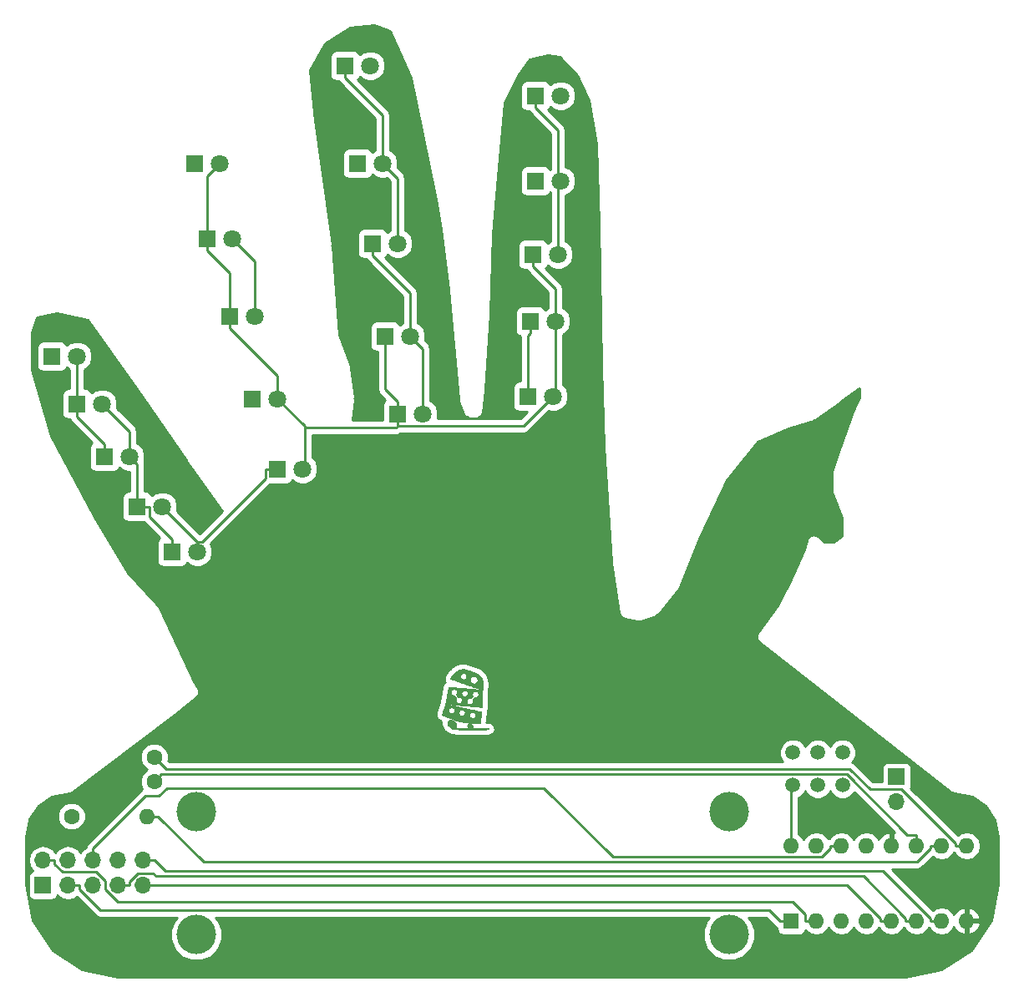
<source format=gbr>
G04 #@! TF.FileFunction,Copper,L2,Bot,Signal*
%FSLAX46Y46*%
G04 Gerber Fmt 4.6, Leading zero omitted, Abs format (unit mm)*
G04 Created by KiCad (PCBNEW 4.0.6) date 11/09/17 18:16:21*
%MOMM*%
%LPD*%
G01*
G04 APERTURE LIST*
%ADD10C,0.100000*%
%ADD11C,0.010000*%
%ADD12C,4.000000*%
%ADD13R,1.800000X1.800000*%
%ADD14C,1.800000*%
%ADD15C,1.600000*%
%ADD16O,1.600000X1.600000*%
%ADD17C,1.500000*%
%ADD18R,1.600000X1.600000*%
%ADD19R,1.700000X1.700000*%
%ADD20O,1.700000X1.700000*%
%ADD21C,0.250000*%
%ADD22C,0.254000*%
G04 APERTURE END LIST*
D10*
D11*
G36*
X143663060Y-123240017D02*
X143610758Y-123261739D01*
X143565313Y-123294916D01*
X143510529Y-123358341D01*
X143476586Y-123431592D01*
X143462207Y-123512007D01*
X143466117Y-123596922D01*
X143487038Y-123683673D01*
X143523695Y-123769597D01*
X143574811Y-123852031D01*
X143639110Y-123928311D01*
X143715317Y-123995774D01*
X143802154Y-124051756D01*
X143898345Y-124093594D01*
X143955809Y-124109850D01*
X144033464Y-124124981D01*
X144133972Y-124140190D01*
X144254787Y-124155226D01*
X144393364Y-124169840D01*
X144547158Y-124183781D01*
X144713624Y-124196799D01*
X144890216Y-124208644D01*
X145059400Y-124218289D01*
X145122862Y-124220801D01*
X145208709Y-124222981D01*
X145313927Y-124224827D01*
X145435504Y-124226342D01*
X145570427Y-124227527D01*
X145715684Y-124228382D01*
X145868260Y-124228908D01*
X146025144Y-124229107D01*
X146183322Y-124228981D01*
X146339781Y-124228528D01*
X146491508Y-124227752D01*
X146635491Y-124226653D01*
X146768717Y-124225231D01*
X146888171Y-124223489D01*
X146990843Y-124221426D01*
X147073718Y-124219045D01*
X147110450Y-124217568D01*
X147257542Y-124209593D01*
X147380026Y-124200375D01*
X147478669Y-124189790D01*
X147554239Y-124177716D01*
X147607503Y-124164028D01*
X147639229Y-124148603D01*
X147650183Y-124131317D01*
X147650200Y-124130561D01*
X147640272Y-124106802D01*
X147629359Y-124099119D01*
X147602313Y-124092007D01*
X147560033Y-124085868D01*
X147501282Y-124080660D01*
X147424825Y-124076339D01*
X147329426Y-124072863D01*
X147213851Y-124070189D01*
X147076864Y-124068274D01*
X146917229Y-124067075D01*
X146733710Y-124066549D01*
X146689661Y-124066520D01*
X146002171Y-124066300D01*
X146020811Y-124012325D01*
X146033008Y-123948183D01*
X146025360Y-123879662D01*
X145997274Y-123802194D01*
X145991953Y-123790943D01*
X145948594Y-123722952D01*
X145892731Y-123667475D01*
X145828319Y-123625574D01*
X145759315Y-123598314D01*
X145689675Y-123586756D01*
X145623356Y-123591965D01*
X145564315Y-123615003D01*
X145516508Y-123656934D01*
X145512555Y-123662128D01*
X145487272Y-123716866D01*
X145479977Y-123782959D01*
X145489753Y-123854801D01*
X145515682Y-123926785D01*
X145556848Y-123993303D01*
X145569165Y-124008140D01*
X145620359Y-124066300D01*
X145284793Y-124066300D01*
X145170446Y-124065925D01*
X145039968Y-124064876D01*
X144902616Y-124063269D01*
X144767645Y-124061216D01*
X144644313Y-124058833D01*
X144603974Y-124057902D01*
X144258720Y-124049504D01*
X144282925Y-124022977D01*
X144318491Y-123976468D01*
X144340678Y-123926386D01*
X144351837Y-123865380D01*
X144354407Y-123799600D01*
X144353293Y-123743208D01*
X144348452Y-123700813D01*
X144337439Y-123661742D01*
X144317807Y-123615325D01*
X144306804Y-123591915D01*
X144246882Y-123491635D01*
X144169084Y-123400992D01*
X144078851Y-123325523D01*
X143998950Y-123278631D01*
X143941747Y-123254022D01*
X143890386Y-123239650D01*
X143831625Y-123232204D01*
X143806864Y-123230623D01*
X143726252Y-123230224D01*
X143663060Y-123240017D01*
X143663060Y-123240017D01*
G37*
X143663060Y-123240017D02*
X143610758Y-123261739D01*
X143565313Y-123294916D01*
X143510529Y-123358341D01*
X143476586Y-123431592D01*
X143462207Y-123512007D01*
X143466117Y-123596922D01*
X143487038Y-123683673D01*
X143523695Y-123769597D01*
X143574811Y-123852031D01*
X143639110Y-123928311D01*
X143715317Y-123995774D01*
X143802154Y-124051756D01*
X143898345Y-124093594D01*
X143955809Y-124109850D01*
X144033464Y-124124981D01*
X144133972Y-124140190D01*
X144254787Y-124155226D01*
X144393364Y-124169840D01*
X144547158Y-124183781D01*
X144713624Y-124196799D01*
X144890216Y-124208644D01*
X145059400Y-124218289D01*
X145122862Y-124220801D01*
X145208709Y-124222981D01*
X145313927Y-124224827D01*
X145435504Y-124226342D01*
X145570427Y-124227527D01*
X145715684Y-124228382D01*
X145868260Y-124228908D01*
X146025144Y-124229107D01*
X146183322Y-124228981D01*
X146339781Y-124228528D01*
X146491508Y-124227752D01*
X146635491Y-124226653D01*
X146768717Y-124225231D01*
X146888171Y-124223489D01*
X146990843Y-124221426D01*
X147073718Y-124219045D01*
X147110450Y-124217568D01*
X147257542Y-124209593D01*
X147380026Y-124200375D01*
X147478669Y-124189790D01*
X147554239Y-124177716D01*
X147607503Y-124164028D01*
X147639229Y-124148603D01*
X147650183Y-124131317D01*
X147650200Y-124130561D01*
X147640272Y-124106802D01*
X147629359Y-124099119D01*
X147602313Y-124092007D01*
X147560033Y-124085868D01*
X147501282Y-124080660D01*
X147424825Y-124076339D01*
X147329426Y-124072863D01*
X147213851Y-124070189D01*
X147076864Y-124068274D01*
X146917229Y-124067075D01*
X146733710Y-124066549D01*
X146689661Y-124066520D01*
X146002171Y-124066300D01*
X146020811Y-124012325D01*
X146033008Y-123948183D01*
X146025360Y-123879662D01*
X145997274Y-123802194D01*
X145991953Y-123790943D01*
X145948594Y-123722952D01*
X145892731Y-123667475D01*
X145828319Y-123625574D01*
X145759315Y-123598314D01*
X145689675Y-123586756D01*
X145623356Y-123591965D01*
X145564315Y-123615003D01*
X145516508Y-123656934D01*
X145512555Y-123662128D01*
X145487272Y-123716866D01*
X145479977Y-123782959D01*
X145489753Y-123854801D01*
X145515682Y-123926785D01*
X145556848Y-123993303D01*
X145569165Y-124008140D01*
X145620359Y-124066300D01*
X145284793Y-124066300D01*
X145170446Y-124065925D01*
X145039968Y-124064876D01*
X144902616Y-124063269D01*
X144767645Y-124061216D01*
X144644313Y-124058833D01*
X144603974Y-124057902D01*
X144258720Y-124049504D01*
X144282925Y-124022977D01*
X144318491Y-123976468D01*
X144340678Y-123926386D01*
X144351837Y-123865380D01*
X144354407Y-123799600D01*
X144353293Y-123743208D01*
X144348452Y-123700813D01*
X144337439Y-123661742D01*
X144317807Y-123615325D01*
X144306804Y-123591915D01*
X144246882Y-123491635D01*
X144169084Y-123400992D01*
X144078851Y-123325523D01*
X143998950Y-123278631D01*
X143941747Y-123254022D01*
X143890386Y-123239650D01*
X143831625Y-123232204D01*
X143806864Y-123230623D01*
X143726252Y-123230224D01*
X143663060Y-123240017D01*
G36*
X143257839Y-121627110D02*
X143245113Y-121660066D01*
X143226750Y-121711339D01*
X143203713Y-121777966D01*
X143176965Y-121856982D01*
X143147468Y-121945421D01*
X143116186Y-122040320D01*
X143084080Y-122138711D01*
X143052113Y-122237632D01*
X143021248Y-122334116D01*
X142992447Y-122425200D01*
X142966674Y-122507918D01*
X142944891Y-122579304D01*
X142928060Y-122636395D01*
X142917144Y-122676225D01*
X142913105Y-122695830D01*
X142913101Y-122696117D01*
X142924606Y-122709461D01*
X142957449Y-122730471D01*
X143009114Y-122758075D01*
X143077090Y-122791199D01*
X143158862Y-122828771D01*
X143251918Y-122869719D01*
X143353745Y-122912969D01*
X143461828Y-122957451D01*
X143573656Y-123002090D01*
X143686715Y-123045814D01*
X143798492Y-123087552D01*
X143906473Y-123126230D01*
X143979900Y-123151394D01*
X144380177Y-123274773D01*
X144779429Y-123375740D01*
X145181202Y-123454905D01*
X145589043Y-123512879D01*
X146006502Y-123550272D01*
X146395358Y-123566875D01*
X146759765Y-123574792D01*
X146766478Y-123544321D01*
X146770442Y-123521252D01*
X146776927Y-123477454D01*
X146785536Y-123416024D01*
X146795872Y-123340055D01*
X146807539Y-123252642D01*
X146820140Y-123156880D01*
X146833279Y-123055862D01*
X146846558Y-122952685D01*
X146859582Y-122850441D01*
X146871954Y-122752227D01*
X146875145Y-122726554D01*
X146313934Y-122726554D01*
X146306796Y-122808268D01*
X146278145Y-122886322D01*
X146230227Y-122953481D01*
X146165897Y-123004583D01*
X146089752Y-123036603D01*
X146007572Y-123048779D01*
X145925135Y-123040349D01*
X145848220Y-123010551D01*
X145838935Y-123005072D01*
X145782730Y-122958405D01*
X145734736Y-122896268D01*
X145700979Y-122827568D01*
X145689667Y-122784499D01*
X145688454Y-122701998D01*
X145709522Y-122624248D01*
X145749782Y-122554788D01*
X145805464Y-122497850D01*
X145236643Y-122497850D01*
X145224825Y-122586249D01*
X145190761Y-122664925D01*
X145136529Y-122730614D01*
X145064211Y-122780056D01*
X145053332Y-122785237D01*
X144993837Y-122802385D01*
X144923552Y-122808144D01*
X144854368Y-122802316D01*
X144808168Y-122789329D01*
X144752425Y-122756344D01*
X144698133Y-122707733D01*
X144654192Y-122652156D01*
X144639065Y-122624850D01*
X144622255Y-122570007D01*
X144615242Y-122504187D01*
X144615179Y-122498684D01*
X144626027Y-122414674D01*
X144656825Y-122341361D01*
X144703970Y-122280360D01*
X144714933Y-122271742D01*
X144190593Y-122271742D01*
X144178835Y-122349266D01*
X144146436Y-122422019D01*
X144094119Y-122486415D01*
X144022606Y-122538868D01*
X143992600Y-122554002D01*
X143912128Y-122576946D01*
X143828519Y-122574894D01*
X143775994Y-122561100D01*
X143695790Y-122520714D01*
X143632190Y-122461386D01*
X143602359Y-122418044D01*
X143582264Y-122379055D01*
X143571511Y-122341928D01*
X143567475Y-122295571D01*
X143567150Y-122269250D01*
X143573250Y-122191240D01*
X143593649Y-122127903D01*
X143631501Y-122071087D01*
X143652792Y-122047789D01*
X143723213Y-121992101D01*
X143800605Y-121959530D01*
X143881390Y-121950089D01*
X143961994Y-121963789D01*
X144038841Y-122000641D01*
X144094805Y-122046395D01*
X144149300Y-122116721D01*
X144180988Y-122193032D01*
X144190593Y-122271742D01*
X144714933Y-122271742D01*
X144763858Y-122233285D01*
X144832885Y-122201748D01*
X144907448Y-122187364D01*
X144983944Y-122191746D01*
X145058767Y-122216509D01*
X145128316Y-122263265D01*
X145132497Y-122267039D01*
X145188746Y-122329984D01*
X145222355Y-122397079D01*
X145236022Y-122474299D01*
X145236643Y-122497850D01*
X145805464Y-122497850D01*
X145806144Y-122497155D01*
X145875518Y-122454885D01*
X145954816Y-122431515D01*
X146001059Y-122428000D01*
X146076673Y-122434598D01*
X146139738Y-122456856D01*
X146200109Y-122498462D01*
X146208512Y-122505693D01*
X146264567Y-122570642D01*
X146299783Y-122645804D01*
X146313934Y-122726554D01*
X146875145Y-122726554D01*
X146883277Y-122661135D01*
X146893155Y-122580262D01*
X146901190Y-122512702D01*
X146906987Y-122461548D01*
X146910149Y-122429897D01*
X146910484Y-122420650D01*
X146897724Y-122417354D01*
X146861829Y-122408983D01*
X146804475Y-122395908D01*
X146727337Y-122378497D01*
X146632090Y-122357121D01*
X146520410Y-122332149D01*
X146393971Y-122303952D01*
X146254449Y-122272900D01*
X146103518Y-122239362D01*
X145942855Y-122203708D01*
X145774134Y-122166308D01*
X145599031Y-122127533D01*
X145419220Y-122087751D01*
X145236376Y-122047334D01*
X145052176Y-122006650D01*
X144868294Y-121966070D01*
X144686406Y-121925963D01*
X144508185Y-121886700D01*
X144335309Y-121848651D01*
X144169451Y-121812184D01*
X144012287Y-121777672D01*
X143865493Y-121745482D01*
X143730743Y-121715985D01*
X143609713Y-121689551D01*
X143504077Y-121666551D01*
X143415511Y-121647353D01*
X143345691Y-121632327D01*
X143296290Y-121621844D01*
X143268985Y-121616274D01*
X143263967Y-121615439D01*
X143257839Y-121627110D01*
X143257839Y-121627110D01*
G37*
X143257839Y-121627110D02*
X143245113Y-121660066D01*
X143226750Y-121711339D01*
X143203713Y-121777966D01*
X143176965Y-121856982D01*
X143147468Y-121945421D01*
X143116186Y-122040320D01*
X143084080Y-122138711D01*
X143052113Y-122237632D01*
X143021248Y-122334116D01*
X142992447Y-122425200D01*
X142966674Y-122507918D01*
X142944891Y-122579304D01*
X142928060Y-122636395D01*
X142917144Y-122676225D01*
X142913105Y-122695830D01*
X142913101Y-122696117D01*
X142924606Y-122709461D01*
X142957449Y-122730471D01*
X143009114Y-122758075D01*
X143077090Y-122791199D01*
X143158862Y-122828771D01*
X143251918Y-122869719D01*
X143353745Y-122912969D01*
X143461828Y-122957451D01*
X143573656Y-123002090D01*
X143686715Y-123045814D01*
X143798492Y-123087552D01*
X143906473Y-123126230D01*
X143979900Y-123151394D01*
X144380177Y-123274773D01*
X144779429Y-123375740D01*
X145181202Y-123454905D01*
X145589043Y-123512879D01*
X146006502Y-123550272D01*
X146395358Y-123566875D01*
X146759765Y-123574792D01*
X146766478Y-123544321D01*
X146770442Y-123521252D01*
X146776927Y-123477454D01*
X146785536Y-123416024D01*
X146795872Y-123340055D01*
X146807539Y-123252642D01*
X146820140Y-123156880D01*
X146833279Y-123055862D01*
X146846558Y-122952685D01*
X146859582Y-122850441D01*
X146871954Y-122752227D01*
X146875145Y-122726554D01*
X146313934Y-122726554D01*
X146306796Y-122808268D01*
X146278145Y-122886322D01*
X146230227Y-122953481D01*
X146165897Y-123004583D01*
X146089752Y-123036603D01*
X146007572Y-123048779D01*
X145925135Y-123040349D01*
X145848220Y-123010551D01*
X145838935Y-123005072D01*
X145782730Y-122958405D01*
X145734736Y-122896268D01*
X145700979Y-122827568D01*
X145689667Y-122784499D01*
X145688454Y-122701998D01*
X145709522Y-122624248D01*
X145749782Y-122554788D01*
X145805464Y-122497850D01*
X145236643Y-122497850D01*
X145224825Y-122586249D01*
X145190761Y-122664925D01*
X145136529Y-122730614D01*
X145064211Y-122780056D01*
X145053332Y-122785237D01*
X144993837Y-122802385D01*
X144923552Y-122808144D01*
X144854368Y-122802316D01*
X144808168Y-122789329D01*
X144752425Y-122756344D01*
X144698133Y-122707733D01*
X144654192Y-122652156D01*
X144639065Y-122624850D01*
X144622255Y-122570007D01*
X144615242Y-122504187D01*
X144615179Y-122498684D01*
X144626027Y-122414674D01*
X144656825Y-122341361D01*
X144703970Y-122280360D01*
X144714933Y-122271742D01*
X144190593Y-122271742D01*
X144178835Y-122349266D01*
X144146436Y-122422019D01*
X144094119Y-122486415D01*
X144022606Y-122538868D01*
X143992600Y-122554002D01*
X143912128Y-122576946D01*
X143828519Y-122574894D01*
X143775994Y-122561100D01*
X143695790Y-122520714D01*
X143632190Y-122461386D01*
X143602359Y-122418044D01*
X143582264Y-122379055D01*
X143571511Y-122341928D01*
X143567475Y-122295571D01*
X143567150Y-122269250D01*
X143573250Y-122191240D01*
X143593649Y-122127903D01*
X143631501Y-122071087D01*
X143652792Y-122047789D01*
X143723213Y-121992101D01*
X143800605Y-121959530D01*
X143881390Y-121950089D01*
X143961994Y-121963789D01*
X144038841Y-122000641D01*
X144094805Y-122046395D01*
X144149300Y-122116721D01*
X144180988Y-122193032D01*
X144190593Y-122271742D01*
X144714933Y-122271742D01*
X144763858Y-122233285D01*
X144832885Y-122201748D01*
X144907448Y-122187364D01*
X144983944Y-122191746D01*
X145058767Y-122216509D01*
X145128316Y-122263265D01*
X145132497Y-122267039D01*
X145188746Y-122329984D01*
X145222355Y-122397079D01*
X145236022Y-122474299D01*
X145236643Y-122497850D01*
X145805464Y-122497850D01*
X145806144Y-122497155D01*
X145875518Y-122454885D01*
X145954816Y-122431515D01*
X146001059Y-122428000D01*
X146076673Y-122434598D01*
X146139738Y-122456856D01*
X146200109Y-122498462D01*
X146208512Y-122505693D01*
X146264567Y-122570642D01*
X146299783Y-122645804D01*
X146313934Y-122726554D01*
X146875145Y-122726554D01*
X146883277Y-122661135D01*
X146893155Y-122580262D01*
X146901190Y-122512702D01*
X146906987Y-122461548D01*
X146910149Y-122429897D01*
X146910484Y-122420650D01*
X146897724Y-122417354D01*
X146861829Y-122408983D01*
X146804475Y-122395908D01*
X146727337Y-122378497D01*
X146632090Y-122357121D01*
X146520410Y-122332149D01*
X146393971Y-122303952D01*
X146254449Y-122272900D01*
X146103518Y-122239362D01*
X145942855Y-122203708D01*
X145774134Y-122166308D01*
X145599031Y-122127533D01*
X145419220Y-122087751D01*
X145236376Y-122047334D01*
X145052176Y-122006650D01*
X144868294Y-121966070D01*
X144686406Y-121925963D01*
X144508185Y-121886700D01*
X144335309Y-121848651D01*
X144169451Y-121812184D01*
X144012287Y-121777672D01*
X143865493Y-121745482D01*
X143730743Y-121715985D01*
X143609713Y-121689551D01*
X143504077Y-121666551D01*
X143415511Y-121647353D01*
X143345691Y-121632327D01*
X143296290Y-121621844D01*
X143268985Y-121616274D01*
X143263967Y-121615439D01*
X143257839Y-121627110D01*
G36*
X143576182Y-119893784D02*
X143572946Y-119906871D01*
X143565639Y-119942383D01*
X143554721Y-119997848D01*
X143540649Y-120070792D01*
X143523883Y-120158742D01*
X143504879Y-120259225D01*
X143484096Y-120369766D01*
X143461993Y-120487893D01*
X143439027Y-120611132D01*
X143415657Y-120737010D01*
X143392342Y-120863053D01*
X143369539Y-120986788D01*
X143347707Y-121105741D01*
X143327303Y-121217439D01*
X143308787Y-121319409D01*
X143292615Y-121409177D01*
X143279248Y-121484270D01*
X143269142Y-121542214D01*
X143262756Y-121580537D01*
X143260549Y-121596763D01*
X143260613Y-121597143D01*
X143273234Y-121598355D01*
X143309746Y-121601671D01*
X143368740Y-121606967D01*
X143448804Y-121614118D01*
X143548528Y-121622999D01*
X143666501Y-121633484D01*
X143801313Y-121645448D01*
X143951554Y-121658767D01*
X144115813Y-121673315D01*
X144292679Y-121688967D01*
X144480742Y-121705598D01*
X144678592Y-121723083D01*
X144884818Y-121741296D01*
X145091150Y-121759508D01*
X145304920Y-121778390D01*
X145512161Y-121796734D01*
X145711422Y-121814408D01*
X145901251Y-121831283D01*
X146080198Y-121847229D01*
X146246810Y-121862114D01*
X146399636Y-121875810D01*
X146537224Y-121888185D01*
X146658124Y-121899109D01*
X146760884Y-121908453D01*
X146844052Y-121916085D01*
X146906177Y-121921875D01*
X146945807Y-121925694D01*
X146961225Y-121927365D01*
X147002500Y-121933850D01*
X147002500Y-120615148D01*
X146603796Y-120615148D01*
X146597810Y-120691856D01*
X146572324Y-120765588D01*
X146527348Y-120832508D01*
X146462896Y-120888779D01*
X146430768Y-120907922D01*
X146392415Y-120926827D01*
X146360889Y-120937164D01*
X146326355Y-120940714D01*
X146278977Y-120939260D01*
X146263255Y-120938277D01*
X146165360Y-120931874D01*
X146075930Y-121041762D01*
X146031458Y-121099140D01*
X146004016Y-121140925D01*
X145994153Y-121166244D01*
X145994787Y-121170700D01*
X146002411Y-121193028D01*
X146013324Y-121230493D01*
X146021554Y-121261173D01*
X146031531Y-121305919D01*
X146033214Y-121340494D01*
X146026374Y-121378291D01*
X146019110Y-121404573D01*
X145983034Y-121484665D01*
X145926603Y-121552692D01*
X145853706Y-121604167D01*
X145840450Y-121610718D01*
X145760875Y-121635949D01*
X145680355Y-121636708D01*
X145616577Y-121621195D01*
X145539411Y-121583110D01*
X145479251Y-121529745D01*
X145436427Y-121464981D01*
X145411269Y-121392698D01*
X145404107Y-121316775D01*
X145415270Y-121241093D01*
X145423434Y-121221500D01*
X144931843Y-121221500D01*
X144920606Y-121306544D01*
X144889211Y-121381688D01*
X144841130Y-121444651D01*
X144779834Y-121493155D01*
X144708794Y-121524923D01*
X144631484Y-121537675D01*
X144551374Y-121529134D01*
X144494250Y-121508681D01*
X144419204Y-121460888D01*
X144361998Y-121399156D01*
X144324004Y-121327313D01*
X144306593Y-121249188D01*
X144311138Y-121168611D01*
X144339009Y-121089412D01*
X144342032Y-121083717D01*
X144376504Y-121020381D01*
X144289327Y-120880507D01*
X144202150Y-120740634D01*
X144156128Y-120747484D01*
X144095835Y-120746482D01*
X144028343Y-120729725D01*
X143963302Y-120700465D01*
X143914956Y-120666233D01*
X143858525Y-120604341D01*
X143824572Y-120538499D01*
X143810275Y-120462503D01*
X143809390Y-120434100D01*
X143820589Y-120345022D01*
X143854003Y-120268167D01*
X143909359Y-120203948D01*
X143986383Y-120152781D01*
X143998950Y-120146650D01*
X144080495Y-120121487D01*
X144162697Y-120120779D01*
X144242274Y-120143888D01*
X144315943Y-120190176D01*
X144341111Y-120213115D01*
X144395087Y-120283529D01*
X144426267Y-120361901D01*
X144434112Y-120444511D01*
X144418084Y-120527639D01*
X144394314Y-120580715D01*
X144363294Y-120636217D01*
X144450318Y-120773283D01*
X144537342Y-120910350D01*
X144611046Y-120911174D01*
X144699306Y-120923443D01*
X144777669Y-120956236D01*
X144843108Y-121006624D01*
X144892594Y-121071676D01*
X144923099Y-121148464D01*
X144931843Y-121221500D01*
X145423434Y-121221500D01*
X145445089Y-121169531D01*
X145493893Y-121105970D01*
X145562011Y-121054288D01*
X145568092Y-121050899D01*
X145639597Y-121023527D01*
X145717645Y-121012663D01*
X145791374Y-121019688D01*
X145798712Y-121021600D01*
X145814602Y-121024317D01*
X145829731Y-121020649D01*
X145847810Y-121007577D01*
X145872550Y-120982082D01*
X145907662Y-120941146D01*
X145928701Y-120915835D01*
X146024228Y-120800419D01*
X146002525Y-120760134D01*
X145986430Y-120711064D01*
X145980049Y-120648397D01*
X145983183Y-120581924D01*
X145994005Y-120529350D01*
X145503343Y-120529350D01*
X145491820Y-120617881D01*
X145459045Y-120695240D01*
X145407705Y-120758738D01*
X145340488Y-120805687D01*
X145260083Y-120833399D01*
X145192750Y-120839942D01*
X145126613Y-120834253D01*
X145070222Y-120818799D01*
X145065469Y-120816737D01*
X144991018Y-120769729D01*
X144934200Y-120705950D01*
X144897176Y-120628779D01*
X144882111Y-120541591D01*
X144881879Y-120530184D01*
X144892115Y-120445693D01*
X144924425Y-120371814D01*
X144980204Y-120305533D01*
X144989863Y-120296778D01*
X145063433Y-120247452D01*
X145142946Y-120221661D01*
X145224845Y-120219385D01*
X145305577Y-120240601D01*
X145381587Y-120285287D01*
X145398524Y-120299318D01*
X145455393Y-120361338D01*
X145489345Y-120429283D01*
X145502863Y-120508598D01*
X145503343Y-120529350D01*
X145994005Y-120529350D01*
X145995635Y-120521436D01*
X146007940Y-120491250D01*
X146059080Y-120419802D01*
X146124467Y-120366527D01*
X146199912Y-120332768D01*
X146281228Y-120319865D01*
X146364226Y-120329161D01*
X146432493Y-120355267D01*
X146504630Y-120405522D01*
X146557218Y-120468145D01*
X146590269Y-120539299D01*
X146603796Y-120615148D01*
X147002500Y-120615148D01*
X147002500Y-120193950D01*
X146961225Y-120187186D01*
X146942523Y-120185065D01*
X146900444Y-120180906D01*
X146836920Y-120174886D01*
X146753876Y-120167178D01*
X146653243Y-120157959D01*
X146536948Y-120147404D01*
X146406920Y-120135687D01*
X146265087Y-120122985D01*
X146113377Y-120109472D01*
X145953719Y-120095324D01*
X145840450Y-120085329D01*
X145659361Y-120069369D01*
X145472421Y-120052878D01*
X145283068Y-120036161D01*
X145094740Y-120019521D01*
X144910875Y-120003263D01*
X144734910Y-119987690D01*
X144570284Y-119973108D01*
X144420433Y-119959819D01*
X144288796Y-119948129D01*
X144178810Y-119938340D01*
X144172775Y-119937802D01*
X144053164Y-119927331D01*
X143941359Y-119917911D01*
X143839890Y-119909731D01*
X143751286Y-119902976D01*
X143678078Y-119897834D01*
X143622795Y-119894491D01*
X143587968Y-119893134D01*
X143576182Y-119893784D01*
X143576182Y-119893784D01*
G37*
X143576182Y-119893784D02*
X143572946Y-119906871D01*
X143565639Y-119942383D01*
X143554721Y-119997848D01*
X143540649Y-120070792D01*
X143523883Y-120158742D01*
X143504879Y-120259225D01*
X143484096Y-120369766D01*
X143461993Y-120487893D01*
X143439027Y-120611132D01*
X143415657Y-120737010D01*
X143392342Y-120863053D01*
X143369539Y-120986788D01*
X143347707Y-121105741D01*
X143327303Y-121217439D01*
X143308787Y-121319409D01*
X143292615Y-121409177D01*
X143279248Y-121484270D01*
X143269142Y-121542214D01*
X143262756Y-121580537D01*
X143260549Y-121596763D01*
X143260613Y-121597143D01*
X143273234Y-121598355D01*
X143309746Y-121601671D01*
X143368740Y-121606967D01*
X143448804Y-121614118D01*
X143548528Y-121622999D01*
X143666501Y-121633484D01*
X143801313Y-121645448D01*
X143951554Y-121658767D01*
X144115813Y-121673315D01*
X144292679Y-121688967D01*
X144480742Y-121705598D01*
X144678592Y-121723083D01*
X144884818Y-121741296D01*
X145091150Y-121759508D01*
X145304920Y-121778390D01*
X145512161Y-121796734D01*
X145711422Y-121814408D01*
X145901251Y-121831283D01*
X146080198Y-121847229D01*
X146246810Y-121862114D01*
X146399636Y-121875810D01*
X146537224Y-121888185D01*
X146658124Y-121899109D01*
X146760884Y-121908453D01*
X146844052Y-121916085D01*
X146906177Y-121921875D01*
X146945807Y-121925694D01*
X146961225Y-121927365D01*
X147002500Y-121933850D01*
X147002500Y-120615148D01*
X146603796Y-120615148D01*
X146597810Y-120691856D01*
X146572324Y-120765588D01*
X146527348Y-120832508D01*
X146462896Y-120888779D01*
X146430768Y-120907922D01*
X146392415Y-120926827D01*
X146360889Y-120937164D01*
X146326355Y-120940714D01*
X146278977Y-120939260D01*
X146263255Y-120938277D01*
X146165360Y-120931874D01*
X146075930Y-121041762D01*
X146031458Y-121099140D01*
X146004016Y-121140925D01*
X145994153Y-121166244D01*
X145994787Y-121170700D01*
X146002411Y-121193028D01*
X146013324Y-121230493D01*
X146021554Y-121261173D01*
X146031531Y-121305919D01*
X146033214Y-121340494D01*
X146026374Y-121378291D01*
X146019110Y-121404573D01*
X145983034Y-121484665D01*
X145926603Y-121552692D01*
X145853706Y-121604167D01*
X145840450Y-121610718D01*
X145760875Y-121635949D01*
X145680355Y-121636708D01*
X145616577Y-121621195D01*
X145539411Y-121583110D01*
X145479251Y-121529745D01*
X145436427Y-121464981D01*
X145411269Y-121392698D01*
X145404107Y-121316775D01*
X145415270Y-121241093D01*
X145423434Y-121221500D01*
X144931843Y-121221500D01*
X144920606Y-121306544D01*
X144889211Y-121381688D01*
X144841130Y-121444651D01*
X144779834Y-121493155D01*
X144708794Y-121524923D01*
X144631484Y-121537675D01*
X144551374Y-121529134D01*
X144494250Y-121508681D01*
X144419204Y-121460888D01*
X144361998Y-121399156D01*
X144324004Y-121327313D01*
X144306593Y-121249188D01*
X144311138Y-121168611D01*
X144339009Y-121089412D01*
X144342032Y-121083717D01*
X144376504Y-121020381D01*
X144289327Y-120880507D01*
X144202150Y-120740634D01*
X144156128Y-120747484D01*
X144095835Y-120746482D01*
X144028343Y-120729725D01*
X143963302Y-120700465D01*
X143914956Y-120666233D01*
X143858525Y-120604341D01*
X143824572Y-120538499D01*
X143810275Y-120462503D01*
X143809390Y-120434100D01*
X143820589Y-120345022D01*
X143854003Y-120268167D01*
X143909359Y-120203948D01*
X143986383Y-120152781D01*
X143998950Y-120146650D01*
X144080495Y-120121487D01*
X144162697Y-120120779D01*
X144242274Y-120143888D01*
X144315943Y-120190176D01*
X144341111Y-120213115D01*
X144395087Y-120283529D01*
X144426267Y-120361901D01*
X144434112Y-120444511D01*
X144418084Y-120527639D01*
X144394314Y-120580715D01*
X144363294Y-120636217D01*
X144450318Y-120773283D01*
X144537342Y-120910350D01*
X144611046Y-120911174D01*
X144699306Y-120923443D01*
X144777669Y-120956236D01*
X144843108Y-121006624D01*
X144892594Y-121071676D01*
X144923099Y-121148464D01*
X144931843Y-121221500D01*
X145423434Y-121221500D01*
X145445089Y-121169531D01*
X145493893Y-121105970D01*
X145562011Y-121054288D01*
X145568092Y-121050899D01*
X145639597Y-121023527D01*
X145717645Y-121012663D01*
X145791374Y-121019688D01*
X145798712Y-121021600D01*
X145814602Y-121024317D01*
X145829731Y-121020649D01*
X145847810Y-121007577D01*
X145872550Y-120982082D01*
X145907662Y-120941146D01*
X145928701Y-120915835D01*
X146024228Y-120800419D01*
X146002525Y-120760134D01*
X145986430Y-120711064D01*
X145980049Y-120648397D01*
X145983183Y-120581924D01*
X145994005Y-120529350D01*
X145503343Y-120529350D01*
X145491820Y-120617881D01*
X145459045Y-120695240D01*
X145407705Y-120758738D01*
X145340488Y-120805687D01*
X145260083Y-120833399D01*
X145192750Y-120839942D01*
X145126613Y-120834253D01*
X145070222Y-120818799D01*
X145065469Y-120816737D01*
X144991018Y-120769729D01*
X144934200Y-120705950D01*
X144897176Y-120628779D01*
X144882111Y-120541591D01*
X144881879Y-120530184D01*
X144892115Y-120445693D01*
X144924425Y-120371814D01*
X144980204Y-120305533D01*
X144989863Y-120296778D01*
X145063433Y-120247452D01*
X145142946Y-120221661D01*
X145224845Y-120219385D01*
X145305577Y-120240601D01*
X145381587Y-120285287D01*
X145398524Y-120299318D01*
X145455393Y-120361338D01*
X145489345Y-120429283D01*
X145502863Y-120508598D01*
X145503343Y-120529350D01*
X145994005Y-120529350D01*
X145995635Y-120521436D01*
X146007940Y-120491250D01*
X146059080Y-120419802D01*
X146124467Y-120366527D01*
X146199912Y-120332768D01*
X146281228Y-120319865D01*
X146364226Y-120329161D01*
X146432493Y-120355267D01*
X146504630Y-120405522D01*
X146557218Y-120468145D01*
X146590269Y-120539299D01*
X146603796Y-120615148D01*
X147002500Y-120615148D01*
X147002500Y-120193950D01*
X146961225Y-120187186D01*
X146942523Y-120185065D01*
X146900444Y-120180906D01*
X146836920Y-120174886D01*
X146753876Y-120167178D01*
X146653243Y-120157959D01*
X146536948Y-120147404D01*
X146406920Y-120135687D01*
X146265087Y-120122985D01*
X146113377Y-120109472D01*
X145953719Y-120095324D01*
X145840450Y-120085329D01*
X145659361Y-120069369D01*
X145472421Y-120052878D01*
X145283068Y-120036161D01*
X145094740Y-120019521D01*
X144910875Y-120003263D01*
X144734910Y-119987690D01*
X144570284Y-119973108D01*
X144420433Y-119959819D01*
X144288796Y-119948129D01*
X144178810Y-119938340D01*
X144172775Y-119937802D01*
X144053164Y-119927331D01*
X143941359Y-119917911D01*
X143839890Y-119909731D01*
X143751286Y-119902976D01*
X143678078Y-119897834D01*
X143622795Y-119894491D01*
X143587968Y-119893134D01*
X143576182Y-119893784D01*
G36*
X144900968Y-118090278D02*
X144822881Y-118100414D01*
X144805400Y-118104060D01*
X144661284Y-118147754D01*
X144523132Y-118211401D01*
X144388662Y-118296401D01*
X144255592Y-118404154D01*
X144150200Y-118506034D01*
X143994295Y-118683096D01*
X143861123Y-118868859D01*
X143787725Y-118992077D01*
X143752985Y-119055004D01*
X144371268Y-119268616D01*
X144486437Y-119308405D01*
X144622046Y-119355255D01*
X144774525Y-119407931D01*
X144940306Y-119465201D01*
X145115819Y-119525833D01*
X145297495Y-119588593D01*
X145481766Y-119652249D01*
X145665063Y-119715567D01*
X145843817Y-119777315D01*
X145986500Y-119826602D01*
X146139298Y-119879387D01*
X146285291Y-119929830D01*
X146422681Y-119977309D01*
X146549670Y-120021202D01*
X146664463Y-120060889D01*
X146765261Y-120095747D01*
X146850267Y-120125155D01*
X146917684Y-120148492D01*
X146965714Y-120165136D01*
X146992561Y-120174465D01*
X146997699Y-120176273D01*
X147006487Y-120166719D01*
X147016921Y-120132960D01*
X147028700Y-120076113D01*
X147035229Y-120037959D01*
X147046931Y-119944897D01*
X147054752Y-119838319D01*
X147058678Y-119724797D01*
X147058694Y-119610905D01*
X147054785Y-119503214D01*
X147046934Y-119408298D01*
X147036842Y-119340997D01*
X146990954Y-119164639D01*
X146986431Y-119153395D01*
X146506415Y-119153395D01*
X146504508Y-119200383D01*
X146493346Y-119286584D01*
X146471837Y-119349679D01*
X146437752Y-119399572D01*
X146388856Y-119451162D01*
X146333198Y-119497224D01*
X146278831Y-119530538D01*
X146262413Y-119537552D01*
X146201977Y-119551093D01*
X146129730Y-119554431D01*
X146055905Y-119548111D01*
X145990738Y-119532676D01*
X145964613Y-119521717D01*
X145886047Y-119468309D01*
X145825489Y-119400528D01*
X145783566Y-119322233D01*
X145760903Y-119237282D01*
X145758126Y-119149531D01*
X145775860Y-119062839D01*
X145814731Y-118981062D01*
X145866473Y-118916674D01*
X145941198Y-118858264D01*
X146018232Y-118824244D01*
X145397491Y-118824244D01*
X145381125Y-118907716D01*
X145363210Y-118949828D01*
X145333463Y-118993273D01*
X145290297Y-119038447D01*
X145241714Y-119078206D01*
X145195720Y-119105409D01*
X145183669Y-119110039D01*
X145117159Y-119122287D01*
X145044496Y-119121490D01*
X144980000Y-119107880D01*
X144903860Y-119068139D01*
X144842565Y-119010902D01*
X144798374Y-118940493D01*
X144773549Y-118861239D01*
X144770353Y-118777464D01*
X144780105Y-118725576D01*
X144802187Y-118674962D01*
X144838486Y-118621468D01*
X144851591Y-118606047D01*
X144920520Y-118546033D01*
X144996449Y-118509172D01*
X145076100Y-118495567D01*
X145156193Y-118505321D01*
X145233447Y-118538535D01*
X145301305Y-118591995D01*
X145357111Y-118663667D01*
X145389330Y-118741989D01*
X145397491Y-118824244D01*
X146018232Y-118824244D01*
X146023638Y-118821857D01*
X146110122Y-118806748D01*
X146196983Y-118812233D01*
X146280552Y-118837608D01*
X146357160Y-118882167D01*
X146423137Y-118945208D01*
X146474816Y-119026026D01*
X146478657Y-119034185D01*
X146495487Y-119075131D01*
X146504192Y-119111349D01*
X146506415Y-119153395D01*
X146986431Y-119153395D01*
X146926841Y-119005271D01*
X146844829Y-118863321D01*
X146745243Y-118739216D01*
X146628409Y-118633383D01*
X146494653Y-118546248D01*
X146394159Y-118497879D01*
X146354248Y-118482064D01*
X146295034Y-118459925D01*
X146219758Y-118432577D01*
X146131662Y-118401134D01*
X146033987Y-118366710D01*
X145929974Y-118330420D01*
X145822863Y-118293379D01*
X145715898Y-118256701D01*
X145612317Y-118221501D01*
X145515364Y-118188893D01*
X145428278Y-118159992D01*
X145354302Y-118135913D01*
X145296676Y-118117769D01*
X145258642Y-118106676D01*
X145250828Y-118104726D01*
X145176294Y-118092893D01*
X145086953Y-118086531D01*
X144992085Y-118085654D01*
X144900968Y-118090278D01*
X144900968Y-118090278D01*
G37*
X144900968Y-118090278D02*
X144822881Y-118100414D01*
X144805400Y-118104060D01*
X144661284Y-118147754D01*
X144523132Y-118211401D01*
X144388662Y-118296401D01*
X144255592Y-118404154D01*
X144150200Y-118506034D01*
X143994295Y-118683096D01*
X143861123Y-118868859D01*
X143787725Y-118992077D01*
X143752985Y-119055004D01*
X144371268Y-119268616D01*
X144486437Y-119308405D01*
X144622046Y-119355255D01*
X144774525Y-119407931D01*
X144940306Y-119465201D01*
X145115819Y-119525833D01*
X145297495Y-119588593D01*
X145481766Y-119652249D01*
X145665063Y-119715567D01*
X145843817Y-119777315D01*
X145986500Y-119826602D01*
X146139298Y-119879387D01*
X146285291Y-119929830D01*
X146422681Y-119977309D01*
X146549670Y-120021202D01*
X146664463Y-120060889D01*
X146765261Y-120095747D01*
X146850267Y-120125155D01*
X146917684Y-120148492D01*
X146965714Y-120165136D01*
X146992561Y-120174465D01*
X146997699Y-120176273D01*
X147006487Y-120166719D01*
X147016921Y-120132960D01*
X147028700Y-120076113D01*
X147035229Y-120037959D01*
X147046931Y-119944897D01*
X147054752Y-119838319D01*
X147058678Y-119724797D01*
X147058694Y-119610905D01*
X147054785Y-119503214D01*
X147046934Y-119408298D01*
X147036842Y-119340997D01*
X146990954Y-119164639D01*
X146986431Y-119153395D01*
X146506415Y-119153395D01*
X146504508Y-119200383D01*
X146493346Y-119286584D01*
X146471837Y-119349679D01*
X146437752Y-119399572D01*
X146388856Y-119451162D01*
X146333198Y-119497224D01*
X146278831Y-119530538D01*
X146262413Y-119537552D01*
X146201977Y-119551093D01*
X146129730Y-119554431D01*
X146055905Y-119548111D01*
X145990738Y-119532676D01*
X145964613Y-119521717D01*
X145886047Y-119468309D01*
X145825489Y-119400528D01*
X145783566Y-119322233D01*
X145760903Y-119237282D01*
X145758126Y-119149531D01*
X145775860Y-119062839D01*
X145814731Y-118981062D01*
X145866473Y-118916674D01*
X145941198Y-118858264D01*
X146018232Y-118824244D01*
X145397491Y-118824244D01*
X145381125Y-118907716D01*
X145363210Y-118949828D01*
X145333463Y-118993273D01*
X145290297Y-119038447D01*
X145241714Y-119078206D01*
X145195720Y-119105409D01*
X145183669Y-119110039D01*
X145117159Y-119122287D01*
X145044496Y-119121490D01*
X144980000Y-119107880D01*
X144903860Y-119068139D01*
X144842565Y-119010902D01*
X144798374Y-118940493D01*
X144773549Y-118861239D01*
X144770353Y-118777464D01*
X144780105Y-118725576D01*
X144802187Y-118674962D01*
X144838486Y-118621468D01*
X144851591Y-118606047D01*
X144920520Y-118546033D01*
X144996449Y-118509172D01*
X145076100Y-118495567D01*
X145156193Y-118505321D01*
X145233447Y-118538535D01*
X145301305Y-118591995D01*
X145357111Y-118663667D01*
X145389330Y-118741989D01*
X145397491Y-118824244D01*
X146018232Y-118824244D01*
X146023638Y-118821857D01*
X146110122Y-118806748D01*
X146196983Y-118812233D01*
X146280552Y-118837608D01*
X146357160Y-118882167D01*
X146423137Y-118945208D01*
X146474816Y-119026026D01*
X146478657Y-119034185D01*
X146495487Y-119075131D01*
X146504192Y-119111349D01*
X146506415Y-119153395D01*
X146986431Y-119153395D01*
X146926841Y-119005271D01*
X146844829Y-118863321D01*
X146745243Y-118739216D01*
X146628409Y-118633383D01*
X146494653Y-118546248D01*
X146394159Y-118497879D01*
X146354248Y-118482064D01*
X146295034Y-118459925D01*
X146219758Y-118432577D01*
X146131662Y-118401134D01*
X146033987Y-118366710D01*
X145929974Y-118330420D01*
X145822863Y-118293379D01*
X145715898Y-118256701D01*
X145612317Y-118221501D01*
X145515364Y-118188893D01*
X145428278Y-118159992D01*
X145354302Y-118135913D01*
X145296676Y-118117769D01*
X145258642Y-118106676D01*
X145250828Y-118104726D01*
X145176294Y-118092893D01*
X145086953Y-118086531D01*
X144992085Y-118085654D01*
X144900968Y-118090278D01*
D12*
X172000000Y-145000000D03*
X118000000Y-132500000D03*
X172000000Y-132500000D03*
D13*
X103378000Y-86360000D03*
D14*
X105918000Y-86360000D03*
D13*
X108712000Y-96520000D03*
D14*
X111252000Y-96520000D03*
D13*
X115570000Y-106172000D03*
D14*
X118110000Y-106172000D03*
D13*
X105918000Y-91186000D03*
D14*
X108458000Y-91186000D03*
D13*
X112014000Y-101600000D03*
D14*
X114554000Y-101600000D03*
D13*
X117856000Y-66802000D03*
D14*
X120396000Y-66802000D03*
D13*
X121412000Y-82296000D03*
D14*
X123952000Y-82296000D03*
D13*
X126238000Y-97790000D03*
D14*
X128778000Y-97790000D03*
D13*
X119126000Y-74422000D03*
D14*
X121666000Y-74422000D03*
D13*
X123698000Y-90678000D03*
D14*
X126238000Y-90678000D03*
D13*
X133096000Y-56896000D03*
D14*
X135636000Y-56896000D03*
D13*
X135890000Y-74930000D03*
D14*
X138430000Y-74930000D03*
D13*
X138430000Y-92202000D03*
D14*
X140970000Y-92202000D03*
D13*
X134366000Y-66802000D03*
D14*
X136906000Y-66802000D03*
D13*
X137160000Y-84328000D03*
D14*
X139700000Y-84328000D03*
D13*
X152400000Y-59944000D03*
D14*
X154940000Y-59944000D03*
D13*
X152146000Y-76032000D03*
D14*
X154686000Y-76032000D03*
D13*
X151638000Y-90424000D03*
D14*
X154178000Y-90424000D03*
D13*
X152400000Y-68580000D03*
D14*
X154940000Y-68580000D03*
D13*
X151892000Y-82804000D03*
D14*
X154432000Y-82804000D03*
D15*
X105380000Y-133000000D03*
D16*
X113000000Y-133000000D03*
D17*
X181000000Y-126550000D03*
X183500000Y-126550000D03*
X178500000Y-126550000D03*
X178500000Y-129850000D03*
X181000000Y-129850000D03*
X183500000Y-129850000D03*
D18*
X178300000Y-143620000D03*
D16*
X196080000Y-136000000D03*
X180840000Y-143620000D03*
X193540000Y-136000000D03*
X183380000Y-143620000D03*
X191000000Y-136000000D03*
X185920000Y-143620000D03*
X188460000Y-136000000D03*
X188460000Y-143620000D03*
X185920000Y-136000000D03*
X191000000Y-143620000D03*
X183380000Y-136000000D03*
X193540000Y-143620000D03*
X180840000Y-136000000D03*
X196080000Y-143620000D03*
X178300000Y-136000000D03*
D19*
X189000000Y-129000000D03*
D20*
X189000000Y-131540000D03*
D15*
X113750000Y-129500000D03*
X113750000Y-127000000D03*
D12*
X118000000Y-145000000D03*
D19*
X102460000Y-140000000D03*
D20*
X102460000Y-137460000D03*
X105000000Y-140000000D03*
X105000000Y-137460000D03*
X107540000Y-140000000D03*
X107540000Y-137460000D03*
X110080000Y-140000000D03*
X110080000Y-137460000D03*
X112620000Y-140000000D03*
X112620000Y-137460000D03*
D21*
X190100800Y-134874700D02*
X191000000Y-134874700D01*
X183981600Y-128755500D02*
X190100800Y-134874700D01*
X114494500Y-128755500D02*
X183981600Y-128755500D01*
X113750000Y-129500000D02*
X114494500Y-128755500D01*
X191000000Y-136000000D02*
X191000000Y-134874700D01*
X194954700Y-135718700D02*
X194954700Y-136000000D01*
X189507300Y-130271300D02*
X194954700Y-135718700D01*
X186295900Y-130271300D02*
X189507300Y-130271300D01*
X184224600Y-128200000D02*
X186295900Y-130271300D01*
X114950000Y-128200000D02*
X184224600Y-128200000D01*
X113750000Y-127000000D02*
X114950000Y-128200000D01*
X196080000Y-136000000D02*
X194954700Y-136000000D01*
X183996000Y-140000000D02*
X112620000Y-140000000D01*
X187334700Y-143338700D02*
X183996000Y-140000000D01*
X187334700Y-143620000D02*
X187334700Y-143338700D01*
X188460000Y-143620000D02*
X187334700Y-143620000D01*
X179714700Y-142916700D02*
X179714700Y-143620000D01*
X178473700Y-141675700D02*
X179714700Y-142916700D01*
X110078000Y-141675700D02*
X178473700Y-141675700D01*
X108810000Y-140407700D02*
X110078000Y-141675700D01*
X108810000Y-139569000D02*
X108810000Y-140407700D01*
X107876300Y-138635300D02*
X108810000Y-139569000D01*
X104443200Y-138635300D02*
X107876300Y-138635300D01*
X103635300Y-137827400D02*
X104443200Y-138635300D01*
X103635300Y-137460000D02*
X103635300Y-137827400D01*
X102460000Y-137460000D02*
X103635300Y-137460000D01*
X180840000Y-143620000D02*
X179714700Y-143620000D01*
X176049400Y-142494700D02*
X177174700Y-143620000D01*
X108302700Y-142494700D02*
X176049400Y-142494700D01*
X106175300Y-140367300D02*
X108302700Y-142494700D01*
X106175300Y-140000000D02*
X106175300Y-140367300D01*
X105000000Y-140000000D02*
X106175300Y-140000000D01*
X178300000Y-143620000D02*
X177174700Y-143620000D01*
X182254700Y-136281400D02*
X182254700Y-136000000D01*
X181410800Y-137125300D02*
X182254700Y-136281400D01*
X160252300Y-137125300D02*
X181410800Y-137125300D01*
X153261600Y-130134600D02*
X160252300Y-137125300D01*
X115051400Y-130134600D02*
X153261600Y-130134600D01*
X114234900Y-130951100D02*
X115051400Y-130134600D01*
X112873600Y-130951100D02*
X114234900Y-130951100D01*
X107540000Y-136284700D02*
X112873600Y-130951100D01*
X107540000Y-137460000D02*
X107540000Y-136284700D01*
X183380000Y-136000000D02*
X182254700Y-136000000D01*
X189874700Y-143338700D02*
X189874700Y-143620000D01*
X185627900Y-139091900D02*
X189874700Y-143338700D01*
X113934400Y-139091900D02*
X185627900Y-139091900D01*
X113628200Y-138785700D02*
X113934400Y-139091900D01*
X112102300Y-138785700D02*
X113628200Y-138785700D01*
X111255300Y-139632700D02*
X112102300Y-138785700D01*
X111255300Y-140000000D02*
X111255300Y-139632700D01*
X110080000Y-140000000D02*
X111255300Y-140000000D01*
X191000000Y-143620000D02*
X189874700Y-143620000D01*
X112620000Y-137460000D02*
X113795300Y-137460000D01*
X193540000Y-143620000D02*
X192414700Y-143620000D01*
X114837800Y-138502500D02*
X113795300Y-137460000D01*
X187578500Y-138502500D02*
X114837800Y-138502500D01*
X192414700Y-143338700D02*
X187578500Y-138502500D01*
X192414700Y-143620000D02*
X192414700Y-143338700D01*
X118737100Y-137611800D02*
X114125300Y-133000000D01*
X191084200Y-137611800D02*
X118737100Y-137611800D01*
X192414700Y-136281300D02*
X191084200Y-137611800D01*
X192414700Y-136000000D02*
X192414700Y-136281300D01*
X193540000Y-136000000D02*
X192414700Y-136000000D01*
X113000000Y-133000000D02*
X114125300Y-133000000D01*
X178300000Y-136000000D02*
X178300000Y-134874700D01*
X178300000Y-130050000D02*
X178300000Y-134874700D01*
X178500000Y-129850000D02*
X178300000Y-130050000D01*
X154432000Y-79543300D02*
X152146000Y-77257300D01*
X154432000Y-82804000D02*
X154432000Y-79543300D01*
X152146000Y-76032000D02*
X152146000Y-77257300D01*
X137160000Y-89706700D02*
X138430000Y-90976700D01*
X137160000Y-84328000D02*
X137160000Y-89706700D01*
X138430000Y-92202000D02*
X138430000Y-90976700D01*
X113239300Y-102616000D02*
X113239300Y-101600000D01*
X115570000Y-104946700D02*
X113239300Y-102616000D01*
X115570000Y-106172000D02*
X115570000Y-104946700D01*
X112014000Y-101600000D02*
X113239300Y-101600000D01*
X121412000Y-82296000D02*
X121412000Y-83521300D01*
X119126000Y-68072000D02*
X120396000Y-66802000D01*
X119126000Y-74422000D02*
X119126000Y-68072000D01*
X121412000Y-77933300D02*
X121412000Y-82296000D01*
X119126000Y-75647300D02*
X121412000Y-77933300D01*
X119126000Y-74422000D02*
X119126000Y-75647300D01*
X154432000Y-90170000D02*
X154178000Y-90424000D01*
X154432000Y-82804000D02*
X154432000Y-90170000D01*
X138430000Y-92202000D02*
X138430000Y-93377700D01*
X138430000Y-93377700D02*
X138430000Y-93427300D01*
X151174700Y-93427300D02*
X154178000Y-90424000D01*
X138430000Y-93427300D02*
X151174700Y-93427300D01*
X138293700Y-93563600D02*
X128998300Y-93563600D01*
X138430000Y-93427300D02*
X138293700Y-93563600D01*
X128998300Y-97569700D02*
X128778000Y-97790000D01*
X128998300Y-93563600D02*
X128998300Y-97569700D01*
X126238000Y-88347300D02*
X121412000Y-83521300D01*
X126238000Y-90678000D02*
X126238000Y-88347300D01*
X128998300Y-93438300D02*
X128998300Y-93563600D01*
X126238000Y-90678000D02*
X128998300Y-93438300D01*
X112014000Y-97282000D02*
X111252000Y-96520000D01*
X112014000Y-101600000D02*
X112014000Y-97282000D01*
X111252000Y-93980000D02*
X108458000Y-91186000D01*
X111252000Y-96520000D02*
X111252000Y-93980000D01*
X133096000Y-56896000D02*
X133096000Y-58121300D01*
X138430000Y-68326000D02*
X136906000Y-66802000D01*
X138430000Y-74930000D02*
X138430000Y-68326000D01*
X136906000Y-61931300D02*
X133096000Y-58121300D01*
X136906000Y-66802000D02*
X136906000Y-61931300D01*
X151638000Y-84283300D02*
X151638000Y-90424000D01*
X151892000Y-84029300D02*
X151638000Y-84283300D01*
X151892000Y-82804000D02*
X151892000Y-84029300D01*
X152400000Y-59944000D02*
X152400000Y-61169300D01*
X154686000Y-63455300D02*
X152400000Y-61169300D01*
X154686000Y-69061600D02*
X154686000Y-63455300D01*
X154686000Y-68834000D02*
X154686000Y-69061600D01*
X154940000Y-68580000D02*
X154686000Y-68834000D01*
X154686000Y-69061600D02*
X154686000Y-76032000D01*
X135890000Y-74930000D02*
X135890000Y-76155300D01*
X140970000Y-85598000D02*
X139700000Y-84328000D01*
X140970000Y-92202000D02*
X140970000Y-85598000D01*
X139700000Y-79965300D02*
X135890000Y-76155300D01*
X139700000Y-84328000D02*
X139700000Y-79965300D01*
X123952000Y-76708000D02*
X123952000Y-82296000D01*
X121666000Y-74422000D02*
X123952000Y-76708000D01*
X105918000Y-91186000D02*
X105918000Y-86360000D01*
X105918000Y-92500700D02*
X105918000Y-91186000D01*
X108712000Y-95294700D02*
X105918000Y-92500700D01*
X108712000Y-96520000D02*
X108712000Y-95294700D01*
X118586200Y-105156000D02*
X118110000Y-105156000D01*
X125012700Y-98729500D02*
X118586200Y-105156000D01*
X125012700Y-97790000D02*
X125012700Y-98729500D01*
X118110000Y-106172000D02*
X118110000Y-105156000D01*
X118110000Y-105156000D02*
X114554000Y-101600000D01*
X126238000Y-97790000D02*
X125012700Y-97790000D01*
D22*
G36*
X137649866Y-53392980D02*
X139782129Y-58131344D01*
X142303771Y-70487388D01*
X142807281Y-73508449D01*
X143565999Y-79578189D01*
X144580916Y-90742281D01*
X144609981Y-90840754D01*
X144628782Y-90941687D01*
X145136782Y-92211688D01*
X145139186Y-92215383D01*
X145140046Y-92219705D01*
X145214653Y-92331363D01*
X145287871Y-92443887D01*
X145291504Y-92446379D01*
X145293954Y-92450046D01*
X145405601Y-92524646D01*
X145516317Y-92600593D01*
X145520631Y-92601506D01*
X145524295Y-92603954D01*
X145655965Y-92630145D01*
X145787343Y-92657947D01*
X145791676Y-92657140D01*
X145796000Y-92658000D01*
X146304000Y-92658000D01*
X146402027Y-92638501D01*
X146501605Y-92629947D01*
X146536811Y-92611691D01*
X146575705Y-92603954D01*
X146658805Y-92548429D01*
X146747534Y-92502417D01*
X146773073Y-92472078D01*
X146806046Y-92450046D01*
X146861575Y-92366941D01*
X146925937Y-92290481D01*
X146937921Y-92252680D01*
X146959954Y-92219705D01*
X146979453Y-92121677D01*
X147009657Y-92026406D01*
X147263657Y-89740406D01*
X147262297Y-89724573D01*
X147266427Y-89709228D01*
X147774427Y-82089228D01*
X147772778Y-82076594D01*
X147775654Y-82064177D01*
X148029039Y-73955870D01*
X148534937Y-68138038D01*
X149283475Y-60652658D01*
X150724128Y-57771352D01*
X151803613Y-56260073D01*
X153689352Y-55841019D01*
X154852842Y-56034934D01*
X156632917Y-57815009D01*
X157811008Y-60406809D01*
X158549833Y-64839761D01*
X158802195Y-72915331D01*
X159056109Y-87388454D01*
X159057160Y-87393292D01*
X159056346Y-87398177D01*
X159310346Y-95526177D01*
X159313104Y-95538087D01*
X159311505Y-95550206D01*
X160073505Y-107234206D01*
X160081282Y-107263269D01*
X160079855Y-107293322D01*
X160841855Y-112373322D01*
X160847516Y-112389061D01*
X160847498Y-112405786D01*
X160894204Y-112518879D01*
X160935608Y-112634003D01*
X160946859Y-112646376D01*
X160953244Y-112661837D01*
X161039670Y-112748444D01*
X161121982Y-112838965D01*
X161137115Y-112846092D01*
X161148928Y-112857930D01*
X161261910Y-112904867D01*
X161372606Y-112957002D01*
X161389313Y-112957796D01*
X161404758Y-112964212D01*
X162674758Y-113218212D01*
X162720018Y-113218259D01*
X162763669Y-113230213D01*
X162857353Y-113218403D01*
X162951786Y-113218502D01*
X162993619Y-113201225D01*
X163038522Y-113195565D01*
X164562522Y-112687565D01*
X164618769Y-112655502D01*
X164680481Y-112635937D01*
X164737940Y-112587569D01*
X164803193Y-112550372D01*
X164842887Y-112499226D01*
X164892417Y-112457533D01*
X166924417Y-109917534D01*
X166972390Y-109825022D01*
X167029218Y-109737687D01*
X169052568Y-104679314D01*
X171800165Y-98934338D01*
X174945138Y-95063602D01*
X178052023Y-93629655D01*
X180544017Y-92882057D01*
X180643779Y-92829125D01*
X180747158Y-92783655D01*
X183287158Y-91005655D01*
X183289540Y-91003168D01*
X183292679Y-91001751D01*
X185070679Y-89731751D01*
X185076429Y-89725631D01*
X185084000Y-89722000D01*
X185218000Y-89621500D01*
X185218000Y-90532268D01*
X184513407Y-92176317D01*
X184508797Y-92198099D01*
X184497363Y-92217202D01*
X183227363Y-95773201D01*
X183226240Y-95780803D01*
X183222435Y-95787478D01*
X182460435Y-98073478D01*
X182446202Y-98186383D01*
X182424000Y-98298000D01*
X182424000Y-99822000D01*
X182448038Y-99942848D01*
X182466747Y-100064638D01*
X183440000Y-102741084D01*
X183440000Y-104560757D01*
X182630946Y-105208000D01*
X181650092Y-105208000D01*
X181096046Y-104653954D01*
X181052153Y-104624626D01*
X181016685Y-104585529D01*
X180938032Y-104548373D01*
X180865705Y-104500046D01*
X180813931Y-104489747D01*
X180766200Y-104467199D01*
X180679317Y-104462971D01*
X180594000Y-104446000D01*
X180542224Y-104456299D01*
X180489500Y-104453733D01*
X180407611Y-104483075D01*
X180322295Y-104500046D01*
X180278404Y-104529373D01*
X180228708Y-104547180D01*
X180164282Y-104605626D01*
X180091954Y-104653954D01*
X180062626Y-104697847D01*
X180023529Y-104733315D01*
X179986373Y-104811968D01*
X179938046Y-104884295D01*
X179927747Y-104936069D01*
X179905199Y-104983800D01*
X179667385Y-105935057D01*
X178175993Y-109166407D01*
X176937235Y-111643922D01*
X174939797Y-114390398D01*
X174886615Y-114505614D01*
X174829629Y-114618962D01*
X174828748Y-114630981D01*
X174823697Y-114641924D01*
X174818655Y-114768709D01*
X174809381Y-114895249D01*
X174813167Y-114906691D01*
X174812688Y-114918733D01*
X174856548Y-115037796D01*
X174896407Y-115158254D01*
X174904283Y-115167376D01*
X174908449Y-115178684D01*
X174994532Y-115271899D01*
X175077454Y-115367935D01*
X194563454Y-130559935D01*
X194586951Y-130571748D01*
X194605546Y-130590343D01*
X194709977Y-130633600D01*
X194810962Y-130684371D01*
X194837187Y-130686293D01*
X194861486Y-130696358D01*
X196636390Y-131049408D01*
X198023654Y-131976349D01*
X198950592Y-133363610D01*
X199290000Y-135069931D01*
X199290000Y-139930069D01*
X198569989Y-143549807D01*
X196559187Y-146559186D01*
X193549805Y-148569990D01*
X189930069Y-149290000D01*
X110069931Y-149290000D01*
X106450193Y-148569989D01*
X103440814Y-146559187D01*
X101430010Y-143549805D01*
X100710000Y-139930069D01*
X100710000Y-139150000D01*
X100962560Y-139150000D01*
X100962560Y-140850000D01*
X101006838Y-141085317D01*
X101145910Y-141301441D01*
X101358110Y-141446431D01*
X101610000Y-141497440D01*
X103310000Y-141497440D01*
X103545317Y-141453162D01*
X103761441Y-141314090D01*
X103906431Y-141101890D01*
X103920086Y-141034459D01*
X103949946Y-141079147D01*
X104431715Y-141401054D01*
X105000000Y-141514093D01*
X105568285Y-141401054D01*
X105907558Y-141174360D01*
X107765299Y-143032101D01*
X108011861Y-143196848D01*
X108302700Y-143254700D01*
X116018639Y-143254700D01*
X115767458Y-143505443D01*
X115365458Y-144473567D01*
X115364543Y-145521834D01*
X115764853Y-146490658D01*
X116505443Y-147232542D01*
X117473567Y-147634542D01*
X118521834Y-147635457D01*
X119490658Y-147235147D01*
X120232542Y-146494557D01*
X120634542Y-145526433D01*
X120635457Y-144478166D01*
X120235147Y-143509342D01*
X119980949Y-143254700D01*
X170018639Y-143254700D01*
X169767458Y-143505443D01*
X169365458Y-144473567D01*
X169364543Y-145521834D01*
X169764853Y-146490658D01*
X170505443Y-147232542D01*
X171473567Y-147634542D01*
X172521834Y-147635457D01*
X173490658Y-147235147D01*
X174232542Y-146494557D01*
X174634542Y-145526433D01*
X174635457Y-144478166D01*
X174235147Y-143509342D01*
X173980949Y-143254700D01*
X175734598Y-143254700D01*
X176637299Y-144157401D01*
X176852560Y-144301233D01*
X176852560Y-144420000D01*
X176896838Y-144655317D01*
X177035910Y-144871441D01*
X177248110Y-145016431D01*
X177500000Y-145067440D01*
X179100000Y-145067440D01*
X179335317Y-145023162D01*
X179551441Y-144884090D01*
X179696431Y-144671890D01*
X179727815Y-144516911D01*
X179825302Y-144662811D01*
X180290849Y-144973880D01*
X180840000Y-145083113D01*
X181389151Y-144973880D01*
X181854698Y-144662811D01*
X182110000Y-144280725D01*
X182365302Y-144662811D01*
X182830849Y-144973880D01*
X183380000Y-145083113D01*
X183929151Y-144973880D01*
X184394698Y-144662811D01*
X184650000Y-144280725D01*
X184905302Y-144662811D01*
X185370849Y-144973880D01*
X185920000Y-145083113D01*
X186469151Y-144973880D01*
X186934698Y-144662811D01*
X187148424Y-144342947D01*
X187244321Y-144362022D01*
X187445302Y-144662811D01*
X187910849Y-144973880D01*
X188460000Y-145083113D01*
X189009151Y-144973880D01*
X189474698Y-144662811D01*
X189688424Y-144342947D01*
X189784321Y-144362022D01*
X189985302Y-144662811D01*
X190450849Y-144973880D01*
X191000000Y-145083113D01*
X191549151Y-144973880D01*
X192014698Y-144662811D01*
X192228424Y-144342947D01*
X192324321Y-144362022D01*
X192525302Y-144662811D01*
X192990849Y-144973880D01*
X193540000Y-145083113D01*
X194089151Y-144973880D01*
X194554698Y-144662811D01*
X194824986Y-144258297D01*
X194927611Y-144475134D01*
X195342577Y-144851041D01*
X195730961Y-145011904D01*
X195953000Y-144889915D01*
X195953000Y-143747000D01*
X196207000Y-143747000D01*
X196207000Y-144889915D01*
X196429039Y-145011904D01*
X196817423Y-144851041D01*
X197232389Y-144475134D01*
X197471914Y-143969041D01*
X197350629Y-143747000D01*
X196207000Y-143747000D01*
X195953000Y-143747000D01*
X195933000Y-143747000D01*
X195933000Y-143493000D01*
X195953000Y-143493000D01*
X195953000Y-142350085D01*
X196207000Y-142350085D01*
X196207000Y-143493000D01*
X197350629Y-143493000D01*
X197471914Y-143270959D01*
X197232389Y-142764866D01*
X196817423Y-142388959D01*
X196429039Y-142228096D01*
X196207000Y-142350085D01*
X195953000Y-142350085D01*
X195730961Y-142228096D01*
X195342577Y-142388959D01*
X194927611Y-142764866D01*
X194824986Y-142981703D01*
X194554698Y-142577189D01*
X194089151Y-142266120D01*
X193540000Y-142156887D01*
X192990849Y-142266120D01*
X192646805Y-142496003D01*
X188522602Y-138371800D01*
X191084200Y-138371800D01*
X191375039Y-138313948D01*
X191621601Y-138149201D01*
X192646805Y-137123997D01*
X192990849Y-137353880D01*
X193540000Y-137463113D01*
X194089151Y-137353880D01*
X194554698Y-137042811D01*
X194768424Y-136722947D01*
X194864321Y-136742022D01*
X195065302Y-137042811D01*
X195530849Y-137353880D01*
X196080000Y-137463113D01*
X196629151Y-137353880D01*
X197094698Y-137042811D01*
X197405767Y-136577264D01*
X197515000Y-136028113D01*
X197515000Y-135971887D01*
X197405767Y-135422736D01*
X197094698Y-134957189D01*
X196629151Y-134646120D01*
X196080000Y-134536887D01*
X195530849Y-134646120D01*
X195186805Y-134876003D01*
X190432736Y-130121934D01*
X190446431Y-130101890D01*
X190497440Y-129850000D01*
X190497440Y-128150000D01*
X190453162Y-127914683D01*
X190314090Y-127698559D01*
X190101890Y-127553569D01*
X189850000Y-127502560D01*
X188150000Y-127502560D01*
X187914683Y-127546838D01*
X187698559Y-127685910D01*
X187553569Y-127898110D01*
X187502560Y-128150000D01*
X187502560Y-129511300D01*
X186610702Y-129511300D01*
X184762001Y-127662599D01*
X184515439Y-127497852D01*
X184511646Y-127497097D01*
X184673461Y-127335564D01*
X184884759Y-126826702D01*
X184885240Y-126275715D01*
X184674831Y-125766485D01*
X184285564Y-125376539D01*
X183776702Y-125165241D01*
X183225715Y-125164760D01*
X182716485Y-125375169D01*
X182326539Y-125764436D01*
X182250073Y-125948586D01*
X182174831Y-125766485D01*
X181785564Y-125376539D01*
X181276702Y-125165241D01*
X180725715Y-125164760D01*
X180216485Y-125375169D01*
X179826539Y-125764436D01*
X179750073Y-125948586D01*
X179674831Y-125766485D01*
X179285564Y-125376539D01*
X178776702Y-125165241D01*
X178225715Y-125164760D01*
X177716485Y-125375169D01*
X177326539Y-125764436D01*
X177115241Y-126273298D01*
X177114760Y-126824285D01*
X177325169Y-127333515D01*
X177431469Y-127440000D01*
X115264802Y-127440000D01*
X115163256Y-127338454D01*
X115184750Y-127286691D01*
X115185248Y-126715813D01*
X114967243Y-126188200D01*
X114563923Y-125784176D01*
X114036691Y-125565250D01*
X113465813Y-125564752D01*
X112938200Y-125782757D01*
X112534176Y-126186077D01*
X112315250Y-126713309D01*
X112314752Y-127284187D01*
X112532757Y-127811800D01*
X112936077Y-128215824D01*
X113017931Y-128249813D01*
X112938200Y-128282757D01*
X112534176Y-128686077D01*
X112315250Y-129213309D01*
X112314752Y-129784187D01*
X112523225Y-130288732D01*
X112336199Y-130413699D01*
X107002599Y-135747299D01*
X106837852Y-135993861D01*
X106802402Y-136172077D01*
X106489946Y-136380853D01*
X106270000Y-136710026D01*
X106050054Y-136380853D01*
X105568285Y-136058946D01*
X105000000Y-135945907D01*
X104431715Y-136058946D01*
X103949946Y-136380853D01*
X103730000Y-136710026D01*
X103510054Y-136380853D01*
X103028285Y-136058946D01*
X102460000Y-135945907D01*
X101891715Y-136058946D01*
X101409946Y-136380853D01*
X101088039Y-136862622D01*
X100975000Y-137430907D01*
X100975000Y-137489093D01*
X101088039Y-138057378D01*
X101409946Y-138539147D01*
X101411179Y-138539971D01*
X101374683Y-138546838D01*
X101158559Y-138685910D01*
X101013569Y-138898110D01*
X100962560Y-139150000D01*
X100710000Y-139150000D01*
X100710000Y-135069931D01*
X101049408Y-133363610D01*
X101102476Y-133284187D01*
X103944752Y-133284187D01*
X104162757Y-133811800D01*
X104566077Y-134215824D01*
X105093309Y-134434750D01*
X105664187Y-134435248D01*
X106191800Y-134217243D01*
X106595824Y-133813923D01*
X106814750Y-133286691D01*
X106815248Y-132715813D01*
X106597243Y-132188200D01*
X106193923Y-131784176D01*
X105666691Y-131565250D01*
X105095813Y-131564752D01*
X104568200Y-131782757D01*
X104164176Y-132186077D01*
X103945250Y-132713309D01*
X103944752Y-133284187D01*
X101102476Y-133284187D01*
X101976349Y-131976346D01*
X103363610Y-131049408D01*
X105138514Y-130696358D01*
X105159179Y-130687798D01*
X105181499Y-130686409D01*
X105286483Y-130635067D01*
X105394454Y-130590343D01*
X105410267Y-130574530D01*
X105430361Y-130564703D01*
X115766920Y-122687198D01*
X142273163Y-122687198D01*
X142283193Y-122741570D01*
X142282154Y-122756145D01*
X142284920Y-122764447D01*
X142284565Y-122816399D01*
X142300207Y-122854903D01*
X142305355Y-122896727D01*
X142314934Y-122913647D01*
X142318462Y-122932770D01*
X142354298Y-122988055D01*
X142378550Y-123047754D01*
X142394615Y-123064040D01*
X142399661Y-123075566D01*
X142414899Y-123090208D01*
X142428387Y-123114031D01*
X142439892Y-123127375D01*
X142449438Y-123134828D01*
X142454290Y-123142314D01*
X142494360Y-123169903D01*
X142512916Y-123184392D01*
X142520946Y-123192107D01*
X142553916Y-123225531D01*
X142557151Y-123226897D01*
X142579723Y-123248586D01*
X142612565Y-123269596D01*
X142631548Y-123277019D01*
X142636717Y-123281055D01*
X142640031Y-123281973D01*
X142655853Y-123294953D01*
X142707518Y-123322557D01*
X142719113Y-123326072D01*
X142728762Y-123333404D01*
X142796738Y-123366528D01*
X142803895Y-123368410D01*
X142809884Y-123372749D01*
X142834901Y-123384244D01*
X142832199Y-123399355D01*
X142833586Y-123470796D01*
X142822884Y-123541445D01*
X142826794Y-123626360D01*
X142841487Y-123685792D01*
X142843953Y-123746964D01*
X142864874Y-123833715D01*
X142887361Y-123882363D01*
X142898370Y-123934811D01*
X142935027Y-124020735D01*
X142962616Y-124061097D01*
X142979778Y-124106871D01*
X143030894Y-124189305D01*
X143062856Y-124223517D01*
X143085468Y-124264515D01*
X143149767Y-124340795D01*
X143186467Y-124370115D01*
X143214889Y-124407515D01*
X143291096Y-124474978D01*
X143333367Y-124499647D01*
X143368539Y-124533682D01*
X143455376Y-124589664D01*
X143503964Y-124608861D01*
X143546888Y-124638646D01*
X143643079Y-124680484D01*
X143685484Y-124689696D01*
X143724132Y-124709427D01*
X143781596Y-124725683D01*
X143808467Y-124727819D01*
X143833408Y-124738036D01*
X143911062Y-124753167D01*
X143924793Y-124753113D01*
X143937708Y-124757777D01*
X144038216Y-124772986D01*
X144046788Y-124772590D01*
X144054931Y-124775290D01*
X144175746Y-124790326D01*
X144181833Y-124789884D01*
X144187666Y-124791697D01*
X144326243Y-124806311D01*
X144331003Y-124805875D01*
X144335587Y-124807227D01*
X144489381Y-124821168D01*
X144493386Y-124820742D01*
X144497261Y-124821833D01*
X144663727Y-124834851D01*
X144667310Y-124834425D01*
X144670792Y-124835364D01*
X144847384Y-124847209D01*
X144850623Y-124846788D01*
X144853789Y-124847607D01*
X145022974Y-124857252D01*
X145028583Y-124856465D01*
X145034087Y-124857788D01*
X145097549Y-124860300D01*
X145102109Y-124859579D01*
X145106615Y-124860595D01*
X145192462Y-124862775D01*
X145194982Y-124862340D01*
X145197482Y-124862883D01*
X145302700Y-124864729D01*
X145304333Y-124864434D01*
X145305952Y-124864777D01*
X145427529Y-124866292D01*
X145428708Y-124866073D01*
X145429883Y-124866317D01*
X145564806Y-124867502D01*
X145565733Y-124867326D01*
X145566660Y-124867516D01*
X145711917Y-124868371D01*
X145712699Y-124868220D01*
X145713478Y-124868378D01*
X145866054Y-124868904D01*
X145866752Y-124868768D01*
X145867448Y-124868907D01*
X146024332Y-124869106D01*
X146024991Y-124868976D01*
X146025654Y-124869107D01*
X146183832Y-124868981D01*
X146184505Y-124868847D01*
X146185175Y-124868978D01*
X146341634Y-124868525D01*
X146342342Y-124868382D01*
X146343054Y-124868520D01*
X146494781Y-124867744D01*
X146495588Y-124867579D01*
X146496393Y-124867733D01*
X146640376Y-124866634D01*
X146641345Y-124866434D01*
X146642322Y-124866617D01*
X146775548Y-124865195D01*
X146776796Y-124864933D01*
X146778049Y-124865163D01*
X146897503Y-124863421D01*
X146899259Y-124863045D01*
X146901028Y-124863360D01*
X147003700Y-124861297D01*
X147006449Y-124860693D01*
X147009223Y-124861162D01*
X147092097Y-124858781D01*
X147095741Y-124857947D01*
X147099432Y-124858528D01*
X147136164Y-124857051D01*
X147140591Y-124855984D01*
X147145098Y-124856629D01*
X147292190Y-124848654D01*
X147298799Y-124846963D01*
X147305572Y-124847788D01*
X147428055Y-124838570D01*
X147438013Y-124835798D01*
X147448310Y-124836722D01*
X147546953Y-124826137D01*
X147562924Y-124821140D01*
X147579643Y-124821774D01*
X147655212Y-124809701D01*
X147683460Y-124799236D01*
X147713533Y-124797575D01*
X147766797Y-124783887D01*
X147824940Y-124755952D01*
X147887345Y-124739605D01*
X147919071Y-124724180D01*
X147960285Y-124692921D01*
X148007579Y-124671975D01*
X148058831Y-124618178D01*
X148082313Y-124600368D01*
X148092443Y-124593924D01*
X148094299Y-124591277D01*
X148118033Y-124573276D01*
X148144146Y-124528627D01*
X148179826Y-124491175D01*
X148190780Y-124473888D01*
X148208140Y-124428927D01*
X148235811Y-124389465D01*
X148237864Y-124380235D01*
X148242242Y-124373638D01*
X148255348Y-124306663D01*
X148280726Y-124240935D01*
X148279558Y-124192751D01*
X148290021Y-124145705D01*
X148290038Y-124144949D01*
X148288597Y-124136746D01*
X148290197Y-124128570D01*
X148276343Y-124060035D01*
X148274677Y-123991292D01*
X148255409Y-123947786D01*
X148246840Y-123898999D01*
X148242368Y-123891969D01*
X148240718Y-123883806D01*
X148230790Y-123860046D01*
X148200474Y-123814979D01*
X148180919Y-123764310D01*
X148131450Y-123712369D01*
X148091411Y-123652848D01*
X148046157Y-123622814D01*
X148044374Y-123620942D01*
X148016595Y-123589562D01*
X148012662Y-123587645D01*
X148008699Y-123583484D01*
X147997786Y-123575801D01*
X147937429Y-123549059D01*
X147929651Y-123542053D01*
X147918538Y-123538115D01*
X147883349Y-123514761D01*
X147849538Y-123508145D01*
X147792119Y-123480161D01*
X147765074Y-123473049D01*
X147728659Y-123470833D01*
X147694275Y-123458649D01*
X147651996Y-123452510D01*
X147633918Y-123453454D01*
X147616544Y-123448368D01*
X147557793Y-123443160D01*
X147547458Y-123444280D01*
X147537394Y-123441680D01*
X147460937Y-123437359D01*
X147454479Y-123438268D01*
X147448129Y-123436763D01*
X147428707Y-123436055D01*
X147430029Y-123426336D01*
X147429979Y-123425511D01*
X147430247Y-123424725D01*
X147441913Y-123337312D01*
X147441875Y-123336711D01*
X147442069Y-123336138D01*
X147454670Y-123240375D01*
X147454638Y-123239889D01*
X147454794Y-123239427D01*
X147467933Y-123138409D01*
X147467904Y-123137971D01*
X147468043Y-123137557D01*
X147481322Y-123034380D01*
X147481293Y-123033959D01*
X147481428Y-123033556D01*
X147494452Y-122931312D01*
X147494421Y-122930861D01*
X147494564Y-122930430D01*
X147506936Y-122832216D01*
X147506898Y-122831679D01*
X147507067Y-122831168D01*
X147510258Y-122805494D01*
X147518389Y-122740084D01*
X147518338Y-122739390D01*
X147518556Y-122738729D01*
X147528434Y-122657856D01*
X147528357Y-122656826D01*
X147528676Y-122655845D01*
X147536711Y-122588285D01*
X147536571Y-122586488D01*
X147537120Y-122584768D01*
X147542917Y-122533615D01*
X147542556Y-122529305D01*
X147543817Y-122525169D01*
X147546979Y-122493517D01*
X147544993Y-122473063D01*
X147549729Y-122453068D01*
X147550064Y-122443821D01*
X147541036Y-122387928D01*
X147544230Y-122331395D01*
X147529256Y-122288556D01*
X147548603Y-122267574D01*
X147565910Y-122220482D01*
X147593783Y-122178767D01*
X147608580Y-122104378D01*
X147634744Y-122033186D01*
X147632712Y-121983057D01*
X147642500Y-121933850D01*
X147642500Y-120265431D01*
X147643609Y-120262813D01*
X147655388Y-120205966D01*
X147655478Y-120194639D01*
X147659530Y-120184062D01*
X147666059Y-120145908D01*
X147665672Y-120131492D01*
X147670229Y-120117806D01*
X147681931Y-120024744D01*
X147680733Y-120007957D01*
X147685215Y-119991736D01*
X147693036Y-119885158D01*
X147691492Y-119872679D01*
X147694370Y-119860439D01*
X147698296Y-119746917D01*
X147696492Y-119735866D01*
X147698678Y-119724887D01*
X147698694Y-119610995D01*
X147696385Y-119599381D01*
X147698273Y-119587689D01*
X147694364Y-119479998D01*
X147690901Y-119465381D01*
X147692607Y-119450456D01*
X147684756Y-119355540D01*
X147678837Y-119334868D01*
X147679858Y-119313389D01*
X147669766Y-119246088D01*
X147658205Y-119213939D01*
X147656218Y-119179836D01*
X147610331Y-119003478D01*
X147592350Y-118966341D01*
X147584716Y-118925793D01*
X147580192Y-118914549D01*
X147580186Y-118914540D01*
X147580184Y-118914529D01*
X147520594Y-118766405D01*
X147495664Y-118728257D01*
X147481001Y-118685103D01*
X147398989Y-118543154D01*
X147366637Y-118506286D01*
X147343992Y-118462776D01*
X147244406Y-118338671D01*
X147205318Y-118305866D01*
X147174909Y-118264888D01*
X147058075Y-118159055D01*
X147014272Y-118132817D01*
X146977747Y-118097134D01*
X146843991Y-118009999D01*
X146805418Y-117994546D01*
X146772215Y-117969569D01*
X146671722Y-117921200D01*
X146649341Y-117915432D01*
X146629928Y-117902889D01*
X146590017Y-117887074D01*
X146583775Y-117885932D01*
X146578379Y-117882593D01*
X146519165Y-117860454D01*
X146516169Y-117859966D01*
X146513573Y-117858393D01*
X146438296Y-117831045D01*
X146436476Y-117830766D01*
X146434893Y-117829819D01*
X146346797Y-117798376D01*
X146345512Y-117798186D01*
X146344395Y-117797524D01*
X146246720Y-117763100D01*
X146245703Y-117762954D01*
X146244818Y-117762433D01*
X146140805Y-117726143D01*
X146139918Y-117726019D01*
X146139144Y-117725566D01*
X146032033Y-117688525D01*
X146031189Y-117688409D01*
X146030453Y-117687981D01*
X145923487Y-117651303D01*
X145922600Y-117651183D01*
X145921824Y-117650735D01*
X145818243Y-117615535D01*
X145817226Y-117615401D01*
X145816337Y-117614891D01*
X145719384Y-117582283D01*
X145718086Y-117582116D01*
X145716948Y-117581469D01*
X145629862Y-117552568D01*
X145628003Y-117552336D01*
X145626367Y-117551419D01*
X145552391Y-117527340D01*
X145549267Y-117526969D01*
X145546509Y-117525457D01*
X145488883Y-117507313D01*
X145482008Y-117506563D01*
X145475873Y-117503368D01*
X145437838Y-117492275D01*
X145425137Y-117491162D01*
X145413603Y-117485719D01*
X145405789Y-117483769D01*
X145377625Y-117482410D01*
X145351177Y-117472642D01*
X145276643Y-117460809D01*
X145248710Y-117461896D01*
X145221753Y-117454510D01*
X145132412Y-117448148D01*
X145112510Y-117450654D01*
X145092869Y-117446558D01*
X144998001Y-117445681D01*
X144978889Y-117449299D01*
X144959648Y-117446477D01*
X144868531Y-117451101D01*
X144843914Y-117457309D01*
X144818585Y-117455603D01*
X144740498Y-117465739D01*
X144717005Y-117473666D01*
X144692208Y-117473896D01*
X144674728Y-117477542D01*
X144648294Y-117488780D01*
X144619708Y-117491591D01*
X144475592Y-117535285D01*
X144436543Y-117556150D01*
X144393487Y-117566475D01*
X144255335Y-117630122D01*
X144220895Y-117655131D01*
X144181170Y-117670418D01*
X144046701Y-117755418D01*
X144019331Y-117781434D01*
X143985908Y-117799018D01*
X143852838Y-117906772D01*
X143834668Y-117928619D01*
X143810775Y-117944004D01*
X143705383Y-118045884D01*
X143690553Y-118067285D01*
X143669865Y-118083094D01*
X143513960Y-118260156D01*
X143497743Y-118288116D01*
X143474148Y-118310206D01*
X143340976Y-118495969D01*
X143329649Y-118520954D01*
X143311281Y-118541332D01*
X143237883Y-118664550D01*
X143234316Y-118674604D01*
X143227437Y-118682759D01*
X143192697Y-118745687D01*
X143175948Y-118798322D01*
X143148070Y-118846011D01*
X143138447Y-118916170D01*
X143116976Y-118983645D01*
X143121644Y-119038681D01*
X143114138Y-119093410D01*
X143132097Y-119161912D01*
X143138082Y-119232467D01*
X143163458Y-119281531D01*
X143177466Y-119334962D01*
X143210164Y-119378055D01*
X143175330Y-119409819D01*
X143175107Y-119409987D01*
X143153383Y-119423309D01*
X143148605Y-119429890D01*
X143099400Y-119466843D01*
X143083728Y-119493350D01*
X143060976Y-119514097D01*
X143046878Y-119544140D01*
X143043156Y-119547813D01*
X143025340Y-119590037D01*
X143020638Y-119600057D01*
X142972309Y-119681798D01*
X142967974Y-119712284D01*
X142954893Y-119740159D01*
X142951658Y-119753246D01*
X142951067Y-119766064D01*
X142946079Y-119777886D01*
X142938772Y-119813398D01*
X142938754Y-119816190D01*
X142937689Y-119818775D01*
X142926771Y-119874239D01*
X142926773Y-119875476D01*
X142926308Y-119876618D01*
X142912236Y-119949562D01*
X142912240Y-119950279D01*
X142911970Y-119950946D01*
X142895204Y-120038896D01*
X142895208Y-120039372D01*
X142895031Y-120039810D01*
X142876027Y-120140292D01*
X142876030Y-120140642D01*
X142875899Y-120140969D01*
X142855116Y-120251510D01*
X142855119Y-120251795D01*
X142855014Y-120252057D01*
X142832911Y-120370184D01*
X142832914Y-120370423D01*
X142832825Y-120370645D01*
X142809859Y-120493884D01*
X142809862Y-120494104D01*
X142809780Y-120494308D01*
X142786410Y-120620186D01*
X142786413Y-120620400D01*
X142786333Y-120620600D01*
X142763018Y-120746643D01*
X142763021Y-120746860D01*
X142762941Y-120747061D01*
X142740138Y-120870796D01*
X142740141Y-120871032D01*
X142740053Y-120871255D01*
X142718221Y-120990209D01*
X142718225Y-120990482D01*
X142718125Y-120990735D01*
X142697721Y-121102433D01*
X142697726Y-121102776D01*
X142697600Y-121103096D01*
X142679084Y-121205066D01*
X142679092Y-121205517D01*
X142678926Y-121205938D01*
X142662755Y-121295706D01*
X142662767Y-121296384D01*
X142662520Y-121297017D01*
X142649153Y-121372109D01*
X142649176Y-121373244D01*
X142648765Y-121374307D01*
X142638659Y-121432252D01*
X142638717Y-121434716D01*
X142637847Y-121437018D01*
X142631461Y-121475340D01*
X142631461Y-121475348D01*
X142624226Y-121495550D01*
X142623698Y-121499101D01*
X142621885Y-121502201D01*
X142598848Y-121568828D01*
X142598560Y-121570925D01*
X142597505Y-121572756D01*
X142570756Y-121651772D01*
X142570567Y-121653220D01*
X142569843Y-121654489D01*
X142540346Y-121742928D01*
X142540202Y-121744066D01*
X142539640Y-121745060D01*
X142508358Y-121839959D01*
X142508239Y-121840930D01*
X142507759Y-121841784D01*
X142475653Y-121940175D01*
X142475543Y-121941098D01*
X142475089Y-121941911D01*
X142443122Y-122040832D01*
X142443010Y-122041791D01*
X142442544Y-122042632D01*
X142411678Y-122139116D01*
X142411554Y-122140206D01*
X142411028Y-122141163D01*
X142382227Y-122232247D01*
X142382077Y-122233610D01*
X142381419Y-122234818D01*
X142355646Y-122317536D01*
X142355444Y-122319442D01*
X142354539Y-122321128D01*
X142332756Y-122392515D01*
X142332448Y-122395589D01*
X142331012Y-122398327D01*
X142314181Y-122455417D01*
X142313617Y-122461641D01*
X142310821Y-122467231D01*
X142299905Y-122507062D01*
X142298422Y-122527868D01*
X142290308Y-122547085D01*
X142286269Y-122566690D01*
X142285982Y-122608681D01*
X142274847Y-122648882D01*
X142277201Y-122668009D01*
X142273167Y-122686911D01*
X142273163Y-122687198D01*
X115766920Y-122687198D01*
X118032361Y-120960703D01*
X118109465Y-120873365D01*
X118191930Y-120791072D01*
X118200654Y-120770072D01*
X118215704Y-120753025D01*
X118253516Y-120642831D01*
X118298213Y-120535242D01*
X118298237Y-120512502D01*
X118305617Y-120490994D01*
X118298380Y-120374719D01*
X118298502Y-120258214D01*
X118289821Y-120237195D01*
X118288409Y-120214501D01*
X118237230Y-120109850D01*
X118192756Y-120002163D01*
X117714621Y-119284961D01*
X114181390Y-111713751D01*
X114116748Y-111625646D01*
X114059711Y-111532421D01*
X111062879Y-108285854D01*
X107805463Y-102773302D01*
X103275359Y-94468112D01*
X101294000Y-87781026D01*
X101294000Y-83948749D01*
X101872225Y-82406815D01*
X103881033Y-82005054D01*
X107022961Y-82678324D01*
X112448633Y-90323590D01*
X117018243Y-96924139D01*
X117022063Y-96927835D01*
X117024249Y-96932679D01*
X120653612Y-102013787D01*
X118348100Y-104319298D01*
X116043766Y-102014964D01*
X116088733Y-101906670D01*
X116089265Y-101296009D01*
X115856068Y-100731629D01*
X115424643Y-100299449D01*
X114860670Y-100065267D01*
X114250009Y-100064735D01*
X113685629Y-100297932D01*
X113517387Y-100465880D01*
X113517162Y-100464683D01*
X113378090Y-100248559D01*
X113165890Y-100103569D01*
X112914000Y-100052560D01*
X112774000Y-100052560D01*
X112774000Y-97282000D01*
X112716887Y-96994877D01*
X112786733Y-96826670D01*
X112787265Y-96216009D01*
X112554068Y-95651629D01*
X112122643Y-95219449D01*
X112012000Y-95173506D01*
X112012000Y-93980000D01*
X111954148Y-93689161D01*
X111789401Y-93442599D01*
X109947766Y-91600964D01*
X109992733Y-91492670D01*
X109993265Y-90882009D01*
X109760068Y-90317629D01*
X109328643Y-89885449D01*
X108764670Y-89651267D01*
X108154009Y-89650735D01*
X107589629Y-89883932D01*
X107421387Y-90051880D01*
X107421162Y-90050683D01*
X107282090Y-89834559D01*
X107069890Y-89689569D01*
X106818000Y-89638560D01*
X106678000Y-89638560D01*
X106678000Y-87706846D01*
X106786371Y-87662068D01*
X107218551Y-87230643D01*
X107452733Y-86666670D01*
X107453265Y-86056009D01*
X107220068Y-85491629D01*
X106788643Y-85059449D01*
X106224670Y-84825267D01*
X105614009Y-84824735D01*
X105049629Y-85057932D01*
X104881387Y-85225880D01*
X104881162Y-85224683D01*
X104742090Y-85008559D01*
X104529890Y-84863569D01*
X104278000Y-84812560D01*
X102478000Y-84812560D01*
X102242683Y-84856838D01*
X102026559Y-84995910D01*
X101881569Y-85208110D01*
X101830560Y-85460000D01*
X101830560Y-87260000D01*
X101874838Y-87495317D01*
X102013910Y-87711441D01*
X102226110Y-87856431D01*
X102478000Y-87907440D01*
X104278000Y-87907440D01*
X104513317Y-87863162D01*
X104729441Y-87724090D01*
X104874431Y-87511890D01*
X104878567Y-87491466D01*
X105047357Y-87660551D01*
X105158000Y-87706494D01*
X105158000Y-89638560D01*
X105018000Y-89638560D01*
X104782683Y-89682838D01*
X104566559Y-89821910D01*
X104421569Y-90034110D01*
X104370560Y-90286000D01*
X104370560Y-92086000D01*
X104414838Y-92321317D01*
X104553910Y-92537441D01*
X104766110Y-92682431D01*
X105018000Y-92733440D01*
X105204295Y-92733440D01*
X105215852Y-92791539D01*
X105380599Y-93038101D01*
X107444435Y-95101937D01*
X107360559Y-95155910D01*
X107215569Y-95368110D01*
X107164560Y-95620000D01*
X107164560Y-97420000D01*
X107208838Y-97655317D01*
X107347910Y-97871441D01*
X107560110Y-98016431D01*
X107812000Y-98067440D01*
X109612000Y-98067440D01*
X109847317Y-98023162D01*
X110063441Y-97884090D01*
X110208431Y-97671890D01*
X110212567Y-97651466D01*
X110381357Y-97820551D01*
X110945330Y-98054733D01*
X111254000Y-98055002D01*
X111254000Y-100052560D01*
X111114000Y-100052560D01*
X110878683Y-100096838D01*
X110662559Y-100235910D01*
X110517569Y-100448110D01*
X110466560Y-100700000D01*
X110466560Y-102500000D01*
X110510838Y-102735317D01*
X110649910Y-102951441D01*
X110862110Y-103096431D01*
X111114000Y-103147440D01*
X112697916Y-103147440D01*
X112701899Y-103153401D01*
X114302435Y-104753937D01*
X114218559Y-104807910D01*
X114073569Y-105020110D01*
X114022560Y-105272000D01*
X114022560Y-107072000D01*
X114066838Y-107307317D01*
X114205910Y-107523441D01*
X114418110Y-107668431D01*
X114670000Y-107719440D01*
X116470000Y-107719440D01*
X116705317Y-107675162D01*
X116921441Y-107536090D01*
X117066431Y-107323890D01*
X117070567Y-107303466D01*
X117239357Y-107472551D01*
X117803330Y-107706733D01*
X118413991Y-107707265D01*
X118978371Y-107474068D01*
X119410551Y-107042643D01*
X119644733Y-106478670D01*
X119645265Y-105868009D01*
X119441688Y-105375314D01*
X125479562Y-99337440D01*
X127138000Y-99337440D01*
X127373317Y-99293162D01*
X127589441Y-99154090D01*
X127734431Y-98941890D01*
X127738567Y-98921466D01*
X127907357Y-99090551D01*
X128471330Y-99324733D01*
X129081991Y-99325265D01*
X129646371Y-99092068D01*
X130078551Y-98660643D01*
X130312733Y-98096670D01*
X130313265Y-97486009D01*
X130080068Y-96921629D01*
X129758300Y-96599298D01*
X129758300Y-94323600D01*
X138293700Y-94323600D01*
X138584539Y-94265748D01*
X138701945Y-94187300D01*
X151174700Y-94187300D01*
X151465539Y-94129448D01*
X151712101Y-93964701D01*
X153763036Y-91913766D01*
X153871330Y-91958733D01*
X154481991Y-91959265D01*
X155046371Y-91726068D01*
X155478551Y-91294643D01*
X155712733Y-90730670D01*
X155713265Y-90120009D01*
X155480068Y-89555629D01*
X155192000Y-89267057D01*
X155192000Y-84150846D01*
X155300371Y-84106068D01*
X155732551Y-83674643D01*
X155966733Y-83110670D01*
X155967265Y-82500009D01*
X155734068Y-81935629D01*
X155302643Y-81503449D01*
X155192000Y-81457506D01*
X155192000Y-79543300D01*
X155169045Y-79427899D01*
X155134148Y-79252460D01*
X154969401Y-79005899D01*
X153413565Y-77450063D01*
X153497441Y-77396090D01*
X153642431Y-77183890D01*
X153646567Y-77163466D01*
X153815357Y-77332551D01*
X154379330Y-77566733D01*
X154989991Y-77567265D01*
X155554371Y-77334068D01*
X155986551Y-76902643D01*
X156220733Y-76338670D01*
X156221265Y-75728009D01*
X155988068Y-75163629D01*
X155556643Y-74731449D01*
X155446000Y-74685506D01*
X155446000Y-70031797D01*
X155808371Y-69882068D01*
X156240551Y-69450643D01*
X156474733Y-68886670D01*
X156475265Y-68276009D01*
X156242068Y-67711629D01*
X155810643Y-67279449D01*
X155446000Y-67128036D01*
X155446000Y-63455300D01*
X155388148Y-63164461D01*
X155388148Y-63164460D01*
X155223401Y-62917899D01*
X153667565Y-61362063D01*
X153751441Y-61308090D01*
X153896431Y-61095890D01*
X153900567Y-61075466D01*
X154069357Y-61244551D01*
X154633330Y-61478733D01*
X155243991Y-61479265D01*
X155808371Y-61246068D01*
X156240551Y-60814643D01*
X156474733Y-60250670D01*
X156475265Y-59640009D01*
X156242068Y-59075629D01*
X155810643Y-58643449D01*
X155246670Y-58409267D01*
X154636009Y-58408735D01*
X154071629Y-58641932D01*
X153903387Y-58809880D01*
X153903162Y-58808683D01*
X153764090Y-58592559D01*
X153551890Y-58447569D01*
X153300000Y-58396560D01*
X151500000Y-58396560D01*
X151264683Y-58440838D01*
X151048559Y-58579910D01*
X150903569Y-58792110D01*
X150852560Y-59044000D01*
X150852560Y-60844000D01*
X150896838Y-61079317D01*
X151035910Y-61295441D01*
X151248110Y-61440431D01*
X151500000Y-61491440D01*
X151718767Y-61491440D01*
X151862599Y-61706701D01*
X153926000Y-63770102D01*
X153926000Y-67423307D01*
X153903387Y-67445880D01*
X153903162Y-67444683D01*
X153764090Y-67228559D01*
X153551890Y-67083569D01*
X153300000Y-67032560D01*
X151500000Y-67032560D01*
X151264683Y-67076838D01*
X151048559Y-67215910D01*
X150903569Y-67428110D01*
X150852560Y-67680000D01*
X150852560Y-69480000D01*
X150896838Y-69715317D01*
X151035910Y-69931441D01*
X151248110Y-70076431D01*
X151500000Y-70127440D01*
X153300000Y-70127440D01*
X153535317Y-70083162D01*
X153751441Y-69944090D01*
X153896431Y-69731890D01*
X153900567Y-69711466D01*
X153926000Y-69736943D01*
X153926000Y-74685154D01*
X153817629Y-74729932D01*
X153649387Y-74897880D01*
X153649162Y-74896683D01*
X153510090Y-74680559D01*
X153297890Y-74535569D01*
X153046000Y-74484560D01*
X151246000Y-74484560D01*
X151010683Y-74528838D01*
X150794559Y-74667910D01*
X150649569Y-74880110D01*
X150598560Y-75132000D01*
X150598560Y-76932000D01*
X150642838Y-77167317D01*
X150781910Y-77383441D01*
X150994110Y-77528431D01*
X151246000Y-77579440D01*
X151464767Y-77579440D01*
X151608599Y-77794701D01*
X153672000Y-79858102D01*
X153672000Y-81457154D01*
X153563629Y-81501932D01*
X153395387Y-81669880D01*
X153395162Y-81668683D01*
X153256090Y-81452559D01*
X153043890Y-81307569D01*
X152792000Y-81256560D01*
X150992000Y-81256560D01*
X150756683Y-81300838D01*
X150540559Y-81439910D01*
X150395569Y-81652110D01*
X150344560Y-81904000D01*
X150344560Y-83704000D01*
X150388838Y-83939317D01*
X150527910Y-84155441D01*
X150740110Y-84300431D01*
X150878000Y-84328354D01*
X150878000Y-88876560D01*
X150738000Y-88876560D01*
X150502683Y-88920838D01*
X150286559Y-89059910D01*
X150141569Y-89272110D01*
X150090560Y-89524000D01*
X150090560Y-91324000D01*
X150134838Y-91559317D01*
X150273910Y-91775441D01*
X150486110Y-91920431D01*
X150738000Y-91971440D01*
X151555758Y-91971440D01*
X150859898Y-92667300D01*
X142438864Y-92667300D01*
X142504733Y-92508670D01*
X142505265Y-91898009D01*
X142272068Y-91333629D01*
X141840643Y-90901449D01*
X141730000Y-90855506D01*
X141730000Y-85598000D01*
X141672148Y-85307161D01*
X141672148Y-85307160D01*
X141507401Y-85060599D01*
X141189766Y-84742964D01*
X141234733Y-84634670D01*
X141235265Y-84024009D01*
X141002068Y-83459629D01*
X140570643Y-83027449D01*
X140460000Y-82981506D01*
X140460000Y-79965300D01*
X140402148Y-79674461D01*
X140237401Y-79427899D01*
X137157565Y-76348063D01*
X137241441Y-76294090D01*
X137386431Y-76081890D01*
X137390567Y-76061466D01*
X137559357Y-76230551D01*
X138123330Y-76464733D01*
X138733991Y-76465265D01*
X139298371Y-76232068D01*
X139730551Y-75800643D01*
X139964733Y-75236670D01*
X139965265Y-74626009D01*
X139732068Y-74061629D01*
X139300643Y-73629449D01*
X139190000Y-73583506D01*
X139190000Y-68326000D01*
X139132148Y-68035161D01*
X139132148Y-68035160D01*
X138967401Y-67788599D01*
X138395766Y-67216964D01*
X138440733Y-67108670D01*
X138441265Y-66498009D01*
X138208068Y-65933629D01*
X137776643Y-65501449D01*
X137666000Y-65455506D01*
X137666000Y-61931300D01*
X137608148Y-61640461D01*
X137443401Y-61393899D01*
X134363565Y-58314063D01*
X134447441Y-58260090D01*
X134592431Y-58047890D01*
X134596567Y-58027466D01*
X134765357Y-58196551D01*
X135329330Y-58430733D01*
X135939991Y-58431265D01*
X136504371Y-58198068D01*
X136936551Y-57766643D01*
X137170733Y-57202670D01*
X137171265Y-56592009D01*
X136938068Y-56027629D01*
X136506643Y-55595449D01*
X135942670Y-55361267D01*
X135332009Y-55360735D01*
X134767629Y-55593932D01*
X134599387Y-55761880D01*
X134599162Y-55760683D01*
X134460090Y-55544559D01*
X134247890Y-55399569D01*
X133996000Y-55348560D01*
X132196000Y-55348560D01*
X131960683Y-55392838D01*
X131744559Y-55531910D01*
X131599569Y-55744110D01*
X131548560Y-55996000D01*
X131548560Y-57796000D01*
X131592838Y-58031317D01*
X131731910Y-58247441D01*
X131944110Y-58392431D01*
X132196000Y-58443440D01*
X132414767Y-58443440D01*
X132558599Y-58658701D01*
X136146000Y-62246102D01*
X136146000Y-65455154D01*
X136037629Y-65499932D01*
X135869387Y-65667880D01*
X135869162Y-65666683D01*
X135730090Y-65450559D01*
X135517890Y-65305569D01*
X135266000Y-65254560D01*
X133466000Y-65254560D01*
X133230683Y-65298838D01*
X133014559Y-65437910D01*
X132869569Y-65650110D01*
X132818560Y-65902000D01*
X132818560Y-67702000D01*
X132862838Y-67937317D01*
X133001910Y-68153441D01*
X133214110Y-68298431D01*
X133466000Y-68349440D01*
X135266000Y-68349440D01*
X135501317Y-68305162D01*
X135717441Y-68166090D01*
X135862431Y-67953890D01*
X135866567Y-67933466D01*
X136035357Y-68102551D01*
X136599330Y-68336733D01*
X137209991Y-68337265D01*
X137320713Y-68291515D01*
X137670000Y-68640802D01*
X137670000Y-73583154D01*
X137561629Y-73627932D01*
X137393387Y-73795880D01*
X137393162Y-73794683D01*
X137254090Y-73578559D01*
X137041890Y-73433569D01*
X136790000Y-73382560D01*
X134990000Y-73382560D01*
X134754683Y-73426838D01*
X134538559Y-73565910D01*
X134393569Y-73778110D01*
X134342560Y-74030000D01*
X134342560Y-75830000D01*
X134386838Y-76065317D01*
X134525910Y-76281441D01*
X134738110Y-76426431D01*
X134990000Y-76477440D01*
X135208767Y-76477440D01*
X135352599Y-76692701D01*
X138940000Y-80280102D01*
X138940000Y-82981154D01*
X138831629Y-83025932D01*
X138663387Y-83193880D01*
X138663162Y-83192683D01*
X138524090Y-82976559D01*
X138311890Y-82831569D01*
X138060000Y-82780560D01*
X136260000Y-82780560D01*
X136024683Y-82824838D01*
X135808559Y-82963910D01*
X135663569Y-83176110D01*
X135612560Y-83428000D01*
X135612560Y-85228000D01*
X135656838Y-85463317D01*
X135795910Y-85679441D01*
X136008110Y-85824431D01*
X136260000Y-85875440D01*
X136400000Y-85875440D01*
X136400000Y-89706700D01*
X136457852Y-89997539D01*
X136622599Y-90244101D01*
X137162435Y-90783937D01*
X137078559Y-90837910D01*
X136933569Y-91050110D01*
X136882560Y-91302000D01*
X136882560Y-92803600D01*
X133850981Y-92803600D01*
X134056476Y-90748648D01*
X134048194Y-90663257D01*
X134052864Y-90577590D01*
X133544864Y-87021591D01*
X133520432Y-86952136D01*
X133509253Y-86879363D01*
X132522278Y-84165180D01*
X132279098Y-81976561D01*
X131772060Y-75131551D01*
X131765802Y-75108963D01*
X131767143Y-75085560D01*
X129991316Y-62401078D01*
X129506477Y-57310273D01*
X131082494Y-54608528D01*
X133585845Y-53015487D01*
X136046657Y-52791777D01*
X137649866Y-53392980D01*
X137649866Y-53392980D01*
G37*
X137649866Y-53392980D02*
X139782129Y-58131344D01*
X142303771Y-70487388D01*
X142807281Y-73508449D01*
X143565999Y-79578189D01*
X144580916Y-90742281D01*
X144609981Y-90840754D01*
X144628782Y-90941687D01*
X145136782Y-92211688D01*
X145139186Y-92215383D01*
X145140046Y-92219705D01*
X145214653Y-92331363D01*
X145287871Y-92443887D01*
X145291504Y-92446379D01*
X145293954Y-92450046D01*
X145405601Y-92524646D01*
X145516317Y-92600593D01*
X145520631Y-92601506D01*
X145524295Y-92603954D01*
X145655965Y-92630145D01*
X145787343Y-92657947D01*
X145791676Y-92657140D01*
X145796000Y-92658000D01*
X146304000Y-92658000D01*
X146402027Y-92638501D01*
X146501605Y-92629947D01*
X146536811Y-92611691D01*
X146575705Y-92603954D01*
X146658805Y-92548429D01*
X146747534Y-92502417D01*
X146773073Y-92472078D01*
X146806046Y-92450046D01*
X146861575Y-92366941D01*
X146925937Y-92290481D01*
X146937921Y-92252680D01*
X146959954Y-92219705D01*
X146979453Y-92121677D01*
X147009657Y-92026406D01*
X147263657Y-89740406D01*
X147262297Y-89724573D01*
X147266427Y-89709228D01*
X147774427Y-82089228D01*
X147772778Y-82076594D01*
X147775654Y-82064177D01*
X148029039Y-73955870D01*
X148534937Y-68138038D01*
X149283475Y-60652658D01*
X150724128Y-57771352D01*
X151803613Y-56260073D01*
X153689352Y-55841019D01*
X154852842Y-56034934D01*
X156632917Y-57815009D01*
X157811008Y-60406809D01*
X158549833Y-64839761D01*
X158802195Y-72915331D01*
X159056109Y-87388454D01*
X159057160Y-87393292D01*
X159056346Y-87398177D01*
X159310346Y-95526177D01*
X159313104Y-95538087D01*
X159311505Y-95550206D01*
X160073505Y-107234206D01*
X160081282Y-107263269D01*
X160079855Y-107293322D01*
X160841855Y-112373322D01*
X160847516Y-112389061D01*
X160847498Y-112405786D01*
X160894204Y-112518879D01*
X160935608Y-112634003D01*
X160946859Y-112646376D01*
X160953244Y-112661837D01*
X161039670Y-112748444D01*
X161121982Y-112838965D01*
X161137115Y-112846092D01*
X161148928Y-112857930D01*
X161261910Y-112904867D01*
X161372606Y-112957002D01*
X161389313Y-112957796D01*
X161404758Y-112964212D01*
X162674758Y-113218212D01*
X162720018Y-113218259D01*
X162763669Y-113230213D01*
X162857353Y-113218403D01*
X162951786Y-113218502D01*
X162993619Y-113201225D01*
X163038522Y-113195565D01*
X164562522Y-112687565D01*
X164618769Y-112655502D01*
X164680481Y-112635937D01*
X164737940Y-112587569D01*
X164803193Y-112550372D01*
X164842887Y-112499226D01*
X164892417Y-112457533D01*
X166924417Y-109917534D01*
X166972390Y-109825022D01*
X167029218Y-109737687D01*
X169052568Y-104679314D01*
X171800165Y-98934338D01*
X174945138Y-95063602D01*
X178052023Y-93629655D01*
X180544017Y-92882057D01*
X180643779Y-92829125D01*
X180747158Y-92783655D01*
X183287158Y-91005655D01*
X183289540Y-91003168D01*
X183292679Y-91001751D01*
X185070679Y-89731751D01*
X185076429Y-89725631D01*
X185084000Y-89722000D01*
X185218000Y-89621500D01*
X185218000Y-90532268D01*
X184513407Y-92176317D01*
X184508797Y-92198099D01*
X184497363Y-92217202D01*
X183227363Y-95773201D01*
X183226240Y-95780803D01*
X183222435Y-95787478D01*
X182460435Y-98073478D01*
X182446202Y-98186383D01*
X182424000Y-98298000D01*
X182424000Y-99822000D01*
X182448038Y-99942848D01*
X182466747Y-100064638D01*
X183440000Y-102741084D01*
X183440000Y-104560757D01*
X182630946Y-105208000D01*
X181650092Y-105208000D01*
X181096046Y-104653954D01*
X181052153Y-104624626D01*
X181016685Y-104585529D01*
X180938032Y-104548373D01*
X180865705Y-104500046D01*
X180813931Y-104489747D01*
X180766200Y-104467199D01*
X180679317Y-104462971D01*
X180594000Y-104446000D01*
X180542224Y-104456299D01*
X180489500Y-104453733D01*
X180407611Y-104483075D01*
X180322295Y-104500046D01*
X180278404Y-104529373D01*
X180228708Y-104547180D01*
X180164282Y-104605626D01*
X180091954Y-104653954D01*
X180062626Y-104697847D01*
X180023529Y-104733315D01*
X179986373Y-104811968D01*
X179938046Y-104884295D01*
X179927747Y-104936069D01*
X179905199Y-104983800D01*
X179667385Y-105935057D01*
X178175993Y-109166407D01*
X176937235Y-111643922D01*
X174939797Y-114390398D01*
X174886615Y-114505614D01*
X174829629Y-114618962D01*
X174828748Y-114630981D01*
X174823697Y-114641924D01*
X174818655Y-114768709D01*
X174809381Y-114895249D01*
X174813167Y-114906691D01*
X174812688Y-114918733D01*
X174856548Y-115037796D01*
X174896407Y-115158254D01*
X174904283Y-115167376D01*
X174908449Y-115178684D01*
X174994532Y-115271899D01*
X175077454Y-115367935D01*
X194563454Y-130559935D01*
X194586951Y-130571748D01*
X194605546Y-130590343D01*
X194709977Y-130633600D01*
X194810962Y-130684371D01*
X194837187Y-130686293D01*
X194861486Y-130696358D01*
X196636390Y-131049408D01*
X198023654Y-131976349D01*
X198950592Y-133363610D01*
X199290000Y-135069931D01*
X199290000Y-139930069D01*
X198569989Y-143549807D01*
X196559187Y-146559186D01*
X193549805Y-148569990D01*
X189930069Y-149290000D01*
X110069931Y-149290000D01*
X106450193Y-148569989D01*
X103440814Y-146559187D01*
X101430010Y-143549805D01*
X100710000Y-139930069D01*
X100710000Y-139150000D01*
X100962560Y-139150000D01*
X100962560Y-140850000D01*
X101006838Y-141085317D01*
X101145910Y-141301441D01*
X101358110Y-141446431D01*
X101610000Y-141497440D01*
X103310000Y-141497440D01*
X103545317Y-141453162D01*
X103761441Y-141314090D01*
X103906431Y-141101890D01*
X103920086Y-141034459D01*
X103949946Y-141079147D01*
X104431715Y-141401054D01*
X105000000Y-141514093D01*
X105568285Y-141401054D01*
X105907558Y-141174360D01*
X107765299Y-143032101D01*
X108011861Y-143196848D01*
X108302700Y-143254700D01*
X116018639Y-143254700D01*
X115767458Y-143505443D01*
X115365458Y-144473567D01*
X115364543Y-145521834D01*
X115764853Y-146490658D01*
X116505443Y-147232542D01*
X117473567Y-147634542D01*
X118521834Y-147635457D01*
X119490658Y-147235147D01*
X120232542Y-146494557D01*
X120634542Y-145526433D01*
X120635457Y-144478166D01*
X120235147Y-143509342D01*
X119980949Y-143254700D01*
X170018639Y-143254700D01*
X169767458Y-143505443D01*
X169365458Y-144473567D01*
X169364543Y-145521834D01*
X169764853Y-146490658D01*
X170505443Y-147232542D01*
X171473567Y-147634542D01*
X172521834Y-147635457D01*
X173490658Y-147235147D01*
X174232542Y-146494557D01*
X174634542Y-145526433D01*
X174635457Y-144478166D01*
X174235147Y-143509342D01*
X173980949Y-143254700D01*
X175734598Y-143254700D01*
X176637299Y-144157401D01*
X176852560Y-144301233D01*
X176852560Y-144420000D01*
X176896838Y-144655317D01*
X177035910Y-144871441D01*
X177248110Y-145016431D01*
X177500000Y-145067440D01*
X179100000Y-145067440D01*
X179335317Y-145023162D01*
X179551441Y-144884090D01*
X179696431Y-144671890D01*
X179727815Y-144516911D01*
X179825302Y-144662811D01*
X180290849Y-144973880D01*
X180840000Y-145083113D01*
X181389151Y-144973880D01*
X181854698Y-144662811D01*
X182110000Y-144280725D01*
X182365302Y-144662811D01*
X182830849Y-144973880D01*
X183380000Y-145083113D01*
X183929151Y-144973880D01*
X184394698Y-144662811D01*
X184650000Y-144280725D01*
X184905302Y-144662811D01*
X185370849Y-144973880D01*
X185920000Y-145083113D01*
X186469151Y-144973880D01*
X186934698Y-144662811D01*
X187148424Y-144342947D01*
X187244321Y-144362022D01*
X187445302Y-144662811D01*
X187910849Y-144973880D01*
X188460000Y-145083113D01*
X189009151Y-144973880D01*
X189474698Y-144662811D01*
X189688424Y-144342947D01*
X189784321Y-144362022D01*
X189985302Y-144662811D01*
X190450849Y-144973880D01*
X191000000Y-145083113D01*
X191549151Y-144973880D01*
X192014698Y-144662811D01*
X192228424Y-144342947D01*
X192324321Y-144362022D01*
X192525302Y-144662811D01*
X192990849Y-144973880D01*
X193540000Y-145083113D01*
X194089151Y-144973880D01*
X194554698Y-144662811D01*
X194824986Y-144258297D01*
X194927611Y-144475134D01*
X195342577Y-144851041D01*
X195730961Y-145011904D01*
X195953000Y-144889915D01*
X195953000Y-143747000D01*
X196207000Y-143747000D01*
X196207000Y-144889915D01*
X196429039Y-145011904D01*
X196817423Y-144851041D01*
X197232389Y-144475134D01*
X197471914Y-143969041D01*
X197350629Y-143747000D01*
X196207000Y-143747000D01*
X195953000Y-143747000D01*
X195933000Y-143747000D01*
X195933000Y-143493000D01*
X195953000Y-143493000D01*
X195953000Y-142350085D01*
X196207000Y-142350085D01*
X196207000Y-143493000D01*
X197350629Y-143493000D01*
X197471914Y-143270959D01*
X197232389Y-142764866D01*
X196817423Y-142388959D01*
X196429039Y-142228096D01*
X196207000Y-142350085D01*
X195953000Y-142350085D01*
X195730961Y-142228096D01*
X195342577Y-142388959D01*
X194927611Y-142764866D01*
X194824986Y-142981703D01*
X194554698Y-142577189D01*
X194089151Y-142266120D01*
X193540000Y-142156887D01*
X192990849Y-142266120D01*
X192646805Y-142496003D01*
X188522602Y-138371800D01*
X191084200Y-138371800D01*
X191375039Y-138313948D01*
X191621601Y-138149201D01*
X192646805Y-137123997D01*
X192990849Y-137353880D01*
X193540000Y-137463113D01*
X194089151Y-137353880D01*
X194554698Y-137042811D01*
X194768424Y-136722947D01*
X194864321Y-136742022D01*
X195065302Y-137042811D01*
X195530849Y-137353880D01*
X196080000Y-137463113D01*
X196629151Y-137353880D01*
X197094698Y-137042811D01*
X197405767Y-136577264D01*
X197515000Y-136028113D01*
X197515000Y-135971887D01*
X197405767Y-135422736D01*
X197094698Y-134957189D01*
X196629151Y-134646120D01*
X196080000Y-134536887D01*
X195530849Y-134646120D01*
X195186805Y-134876003D01*
X190432736Y-130121934D01*
X190446431Y-130101890D01*
X190497440Y-129850000D01*
X190497440Y-128150000D01*
X190453162Y-127914683D01*
X190314090Y-127698559D01*
X190101890Y-127553569D01*
X189850000Y-127502560D01*
X188150000Y-127502560D01*
X187914683Y-127546838D01*
X187698559Y-127685910D01*
X187553569Y-127898110D01*
X187502560Y-128150000D01*
X187502560Y-129511300D01*
X186610702Y-129511300D01*
X184762001Y-127662599D01*
X184515439Y-127497852D01*
X184511646Y-127497097D01*
X184673461Y-127335564D01*
X184884759Y-126826702D01*
X184885240Y-126275715D01*
X184674831Y-125766485D01*
X184285564Y-125376539D01*
X183776702Y-125165241D01*
X183225715Y-125164760D01*
X182716485Y-125375169D01*
X182326539Y-125764436D01*
X182250073Y-125948586D01*
X182174831Y-125766485D01*
X181785564Y-125376539D01*
X181276702Y-125165241D01*
X180725715Y-125164760D01*
X180216485Y-125375169D01*
X179826539Y-125764436D01*
X179750073Y-125948586D01*
X179674831Y-125766485D01*
X179285564Y-125376539D01*
X178776702Y-125165241D01*
X178225715Y-125164760D01*
X177716485Y-125375169D01*
X177326539Y-125764436D01*
X177115241Y-126273298D01*
X177114760Y-126824285D01*
X177325169Y-127333515D01*
X177431469Y-127440000D01*
X115264802Y-127440000D01*
X115163256Y-127338454D01*
X115184750Y-127286691D01*
X115185248Y-126715813D01*
X114967243Y-126188200D01*
X114563923Y-125784176D01*
X114036691Y-125565250D01*
X113465813Y-125564752D01*
X112938200Y-125782757D01*
X112534176Y-126186077D01*
X112315250Y-126713309D01*
X112314752Y-127284187D01*
X112532757Y-127811800D01*
X112936077Y-128215824D01*
X113017931Y-128249813D01*
X112938200Y-128282757D01*
X112534176Y-128686077D01*
X112315250Y-129213309D01*
X112314752Y-129784187D01*
X112523225Y-130288732D01*
X112336199Y-130413699D01*
X107002599Y-135747299D01*
X106837852Y-135993861D01*
X106802402Y-136172077D01*
X106489946Y-136380853D01*
X106270000Y-136710026D01*
X106050054Y-136380853D01*
X105568285Y-136058946D01*
X105000000Y-135945907D01*
X104431715Y-136058946D01*
X103949946Y-136380853D01*
X103730000Y-136710026D01*
X103510054Y-136380853D01*
X103028285Y-136058946D01*
X102460000Y-135945907D01*
X101891715Y-136058946D01*
X101409946Y-136380853D01*
X101088039Y-136862622D01*
X100975000Y-137430907D01*
X100975000Y-137489093D01*
X101088039Y-138057378D01*
X101409946Y-138539147D01*
X101411179Y-138539971D01*
X101374683Y-138546838D01*
X101158559Y-138685910D01*
X101013569Y-138898110D01*
X100962560Y-139150000D01*
X100710000Y-139150000D01*
X100710000Y-135069931D01*
X101049408Y-133363610D01*
X101102476Y-133284187D01*
X103944752Y-133284187D01*
X104162757Y-133811800D01*
X104566077Y-134215824D01*
X105093309Y-134434750D01*
X105664187Y-134435248D01*
X106191800Y-134217243D01*
X106595824Y-133813923D01*
X106814750Y-133286691D01*
X106815248Y-132715813D01*
X106597243Y-132188200D01*
X106193923Y-131784176D01*
X105666691Y-131565250D01*
X105095813Y-131564752D01*
X104568200Y-131782757D01*
X104164176Y-132186077D01*
X103945250Y-132713309D01*
X103944752Y-133284187D01*
X101102476Y-133284187D01*
X101976349Y-131976346D01*
X103363610Y-131049408D01*
X105138514Y-130696358D01*
X105159179Y-130687798D01*
X105181499Y-130686409D01*
X105286483Y-130635067D01*
X105394454Y-130590343D01*
X105410267Y-130574530D01*
X105430361Y-130564703D01*
X115766920Y-122687198D01*
X142273163Y-122687198D01*
X142283193Y-122741570D01*
X142282154Y-122756145D01*
X142284920Y-122764447D01*
X142284565Y-122816399D01*
X142300207Y-122854903D01*
X142305355Y-122896727D01*
X142314934Y-122913647D01*
X142318462Y-122932770D01*
X142354298Y-122988055D01*
X142378550Y-123047754D01*
X142394615Y-123064040D01*
X142399661Y-123075566D01*
X142414899Y-123090208D01*
X142428387Y-123114031D01*
X142439892Y-123127375D01*
X142449438Y-123134828D01*
X142454290Y-123142314D01*
X142494360Y-123169903D01*
X142512916Y-123184392D01*
X142520946Y-123192107D01*
X142553916Y-123225531D01*
X142557151Y-123226897D01*
X142579723Y-123248586D01*
X142612565Y-123269596D01*
X142631548Y-123277019D01*
X142636717Y-123281055D01*
X142640031Y-123281973D01*
X142655853Y-123294953D01*
X142707518Y-123322557D01*
X142719113Y-123326072D01*
X142728762Y-123333404D01*
X142796738Y-123366528D01*
X142803895Y-123368410D01*
X142809884Y-123372749D01*
X142834901Y-123384244D01*
X142832199Y-123399355D01*
X142833586Y-123470796D01*
X142822884Y-123541445D01*
X142826794Y-123626360D01*
X142841487Y-123685792D01*
X142843953Y-123746964D01*
X142864874Y-123833715D01*
X142887361Y-123882363D01*
X142898370Y-123934811D01*
X142935027Y-124020735D01*
X142962616Y-124061097D01*
X142979778Y-124106871D01*
X143030894Y-124189305D01*
X143062856Y-124223517D01*
X143085468Y-124264515D01*
X143149767Y-124340795D01*
X143186467Y-124370115D01*
X143214889Y-124407515D01*
X143291096Y-124474978D01*
X143333367Y-124499647D01*
X143368539Y-124533682D01*
X143455376Y-124589664D01*
X143503964Y-124608861D01*
X143546888Y-124638646D01*
X143643079Y-124680484D01*
X143685484Y-124689696D01*
X143724132Y-124709427D01*
X143781596Y-124725683D01*
X143808467Y-124727819D01*
X143833408Y-124738036D01*
X143911062Y-124753167D01*
X143924793Y-124753113D01*
X143937708Y-124757777D01*
X144038216Y-124772986D01*
X144046788Y-124772590D01*
X144054931Y-124775290D01*
X144175746Y-124790326D01*
X144181833Y-124789884D01*
X144187666Y-124791697D01*
X144326243Y-124806311D01*
X144331003Y-124805875D01*
X144335587Y-124807227D01*
X144489381Y-124821168D01*
X144493386Y-124820742D01*
X144497261Y-124821833D01*
X144663727Y-124834851D01*
X144667310Y-124834425D01*
X144670792Y-124835364D01*
X144847384Y-124847209D01*
X144850623Y-124846788D01*
X144853789Y-124847607D01*
X145022974Y-124857252D01*
X145028583Y-124856465D01*
X145034087Y-124857788D01*
X145097549Y-124860300D01*
X145102109Y-124859579D01*
X145106615Y-124860595D01*
X145192462Y-124862775D01*
X145194982Y-124862340D01*
X145197482Y-124862883D01*
X145302700Y-124864729D01*
X145304333Y-124864434D01*
X145305952Y-124864777D01*
X145427529Y-124866292D01*
X145428708Y-124866073D01*
X145429883Y-124866317D01*
X145564806Y-124867502D01*
X145565733Y-124867326D01*
X145566660Y-124867516D01*
X145711917Y-124868371D01*
X145712699Y-124868220D01*
X145713478Y-124868378D01*
X145866054Y-124868904D01*
X145866752Y-124868768D01*
X145867448Y-124868907D01*
X146024332Y-124869106D01*
X146024991Y-124868976D01*
X146025654Y-124869107D01*
X146183832Y-124868981D01*
X146184505Y-124868847D01*
X146185175Y-124868978D01*
X146341634Y-124868525D01*
X146342342Y-124868382D01*
X146343054Y-124868520D01*
X146494781Y-124867744D01*
X146495588Y-124867579D01*
X146496393Y-124867733D01*
X146640376Y-124866634D01*
X146641345Y-124866434D01*
X146642322Y-124866617D01*
X146775548Y-124865195D01*
X146776796Y-124864933D01*
X146778049Y-124865163D01*
X146897503Y-124863421D01*
X146899259Y-124863045D01*
X146901028Y-124863360D01*
X147003700Y-124861297D01*
X147006449Y-124860693D01*
X147009223Y-124861162D01*
X147092097Y-124858781D01*
X147095741Y-124857947D01*
X147099432Y-124858528D01*
X147136164Y-124857051D01*
X147140591Y-124855984D01*
X147145098Y-124856629D01*
X147292190Y-124848654D01*
X147298799Y-124846963D01*
X147305572Y-124847788D01*
X147428055Y-124838570D01*
X147438013Y-124835798D01*
X147448310Y-124836722D01*
X147546953Y-124826137D01*
X147562924Y-124821140D01*
X147579643Y-124821774D01*
X147655212Y-124809701D01*
X147683460Y-124799236D01*
X147713533Y-124797575D01*
X147766797Y-124783887D01*
X147824940Y-124755952D01*
X147887345Y-124739605D01*
X147919071Y-124724180D01*
X147960285Y-124692921D01*
X148007579Y-124671975D01*
X148058831Y-124618178D01*
X148082313Y-124600368D01*
X148092443Y-124593924D01*
X148094299Y-124591277D01*
X148118033Y-124573276D01*
X148144146Y-124528627D01*
X148179826Y-124491175D01*
X148190780Y-124473888D01*
X148208140Y-124428927D01*
X148235811Y-124389465D01*
X148237864Y-124380235D01*
X148242242Y-124373638D01*
X148255348Y-124306663D01*
X148280726Y-124240935D01*
X148279558Y-124192751D01*
X148290021Y-124145705D01*
X148290038Y-124144949D01*
X148288597Y-124136746D01*
X148290197Y-124128570D01*
X148276343Y-124060035D01*
X148274677Y-123991292D01*
X148255409Y-123947786D01*
X148246840Y-123898999D01*
X148242368Y-123891969D01*
X148240718Y-123883806D01*
X148230790Y-123860046D01*
X148200474Y-123814979D01*
X148180919Y-123764310D01*
X148131450Y-123712369D01*
X148091411Y-123652848D01*
X148046157Y-123622814D01*
X148044374Y-123620942D01*
X148016595Y-123589562D01*
X148012662Y-123587645D01*
X148008699Y-123583484D01*
X147997786Y-123575801D01*
X147937429Y-123549059D01*
X147929651Y-123542053D01*
X147918538Y-123538115D01*
X147883349Y-123514761D01*
X147849538Y-123508145D01*
X147792119Y-123480161D01*
X147765074Y-123473049D01*
X147728659Y-123470833D01*
X147694275Y-123458649D01*
X147651996Y-123452510D01*
X147633918Y-123453454D01*
X147616544Y-123448368D01*
X147557793Y-123443160D01*
X147547458Y-123444280D01*
X147537394Y-123441680D01*
X147460937Y-123437359D01*
X147454479Y-123438268D01*
X147448129Y-123436763D01*
X147428707Y-123436055D01*
X147430029Y-123426336D01*
X147429979Y-123425511D01*
X147430247Y-123424725D01*
X147441913Y-123337312D01*
X147441875Y-123336711D01*
X147442069Y-123336138D01*
X147454670Y-123240375D01*
X147454638Y-123239889D01*
X147454794Y-123239427D01*
X147467933Y-123138409D01*
X147467904Y-123137971D01*
X147468043Y-123137557D01*
X147481322Y-123034380D01*
X147481293Y-123033959D01*
X147481428Y-123033556D01*
X147494452Y-122931312D01*
X147494421Y-122930861D01*
X147494564Y-122930430D01*
X147506936Y-122832216D01*
X147506898Y-122831679D01*
X147507067Y-122831168D01*
X147510258Y-122805494D01*
X147518389Y-122740084D01*
X147518338Y-122739390D01*
X147518556Y-122738729D01*
X147528434Y-122657856D01*
X147528357Y-122656826D01*
X147528676Y-122655845D01*
X147536711Y-122588285D01*
X147536571Y-122586488D01*
X147537120Y-122584768D01*
X147542917Y-122533615D01*
X147542556Y-122529305D01*
X147543817Y-122525169D01*
X147546979Y-122493517D01*
X147544993Y-122473063D01*
X147549729Y-122453068D01*
X147550064Y-122443821D01*
X147541036Y-122387928D01*
X147544230Y-122331395D01*
X147529256Y-122288556D01*
X147548603Y-122267574D01*
X147565910Y-122220482D01*
X147593783Y-122178767D01*
X147608580Y-122104378D01*
X147634744Y-122033186D01*
X147632712Y-121983057D01*
X147642500Y-121933850D01*
X147642500Y-120265431D01*
X147643609Y-120262813D01*
X147655388Y-120205966D01*
X147655478Y-120194639D01*
X147659530Y-120184062D01*
X147666059Y-120145908D01*
X147665672Y-120131492D01*
X147670229Y-120117806D01*
X147681931Y-120024744D01*
X147680733Y-120007957D01*
X147685215Y-119991736D01*
X147693036Y-119885158D01*
X147691492Y-119872679D01*
X147694370Y-119860439D01*
X147698296Y-119746917D01*
X147696492Y-119735866D01*
X147698678Y-119724887D01*
X147698694Y-119610995D01*
X147696385Y-119599381D01*
X147698273Y-119587689D01*
X147694364Y-119479998D01*
X147690901Y-119465381D01*
X147692607Y-119450456D01*
X147684756Y-119355540D01*
X147678837Y-119334868D01*
X147679858Y-119313389D01*
X147669766Y-119246088D01*
X147658205Y-119213939D01*
X147656218Y-119179836D01*
X147610331Y-119003478D01*
X147592350Y-118966341D01*
X147584716Y-118925793D01*
X147580192Y-118914549D01*
X147580186Y-118914540D01*
X147580184Y-118914529D01*
X147520594Y-118766405D01*
X147495664Y-118728257D01*
X147481001Y-118685103D01*
X147398989Y-118543154D01*
X147366637Y-118506286D01*
X147343992Y-118462776D01*
X147244406Y-118338671D01*
X147205318Y-118305866D01*
X147174909Y-118264888D01*
X147058075Y-118159055D01*
X147014272Y-118132817D01*
X146977747Y-118097134D01*
X146843991Y-118009999D01*
X146805418Y-117994546D01*
X146772215Y-117969569D01*
X146671722Y-117921200D01*
X146649341Y-117915432D01*
X146629928Y-117902889D01*
X146590017Y-117887074D01*
X146583775Y-117885932D01*
X146578379Y-117882593D01*
X146519165Y-117860454D01*
X146516169Y-117859966D01*
X146513573Y-117858393D01*
X146438296Y-117831045D01*
X146436476Y-117830766D01*
X146434893Y-117829819D01*
X146346797Y-117798376D01*
X146345512Y-117798186D01*
X146344395Y-117797524D01*
X146246720Y-117763100D01*
X146245703Y-117762954D01*
X146244818Y-117762433D01*
X146140805Y-117726143D01*
X146139918Y-117726019D01*
X146139144Y-117725566D01*
X146032033Y-117688525D01*
X146031189Y-117688409D01*
X146030453Y-117687981D01*
X145923487Y-117651303D01*
X145922600Y-117651183D01*
X145921824Y-117650735D01*
X145818243Y-117615535D01*
X145817226Y-117615401D01*
X145816337Y-117614891D01*
X145719384Y-117582283D01*
X145718086Y-117582116D01*
X145716948Y-117581469D01*
X145629862Y-117552568D01*
X145628003Y-117552336D01*
X145626367Y-117551419D01*
X145552391Y-117527340D01*
X145549267Y-117526969D01*
X145546509Y-117525457D01*
X145488883Y-117507313D01*
X145482008Y-117506563D01*
X145475873Y-117503368D01*
X145437838Y-117492275D01*
X145425137Y-117491162D01*
X145413603Y-117485719D01*
X145405789Y-117483769D01*
X145377625Y-117482410D01*
X145351177Y-117472642D01*
X145276643Y-117460809D01*
X145248710Y-117461896D01*
X145221753Y-117454510D01*
X145132412Y-117448148D01*
X145112510Y-117450654D01*
X145092869Y-117446558D01*
X144998001Y-117445681D01*
X144978889Y-117449299D01*
X144959648Y-117446477D01*
X144868531Y-117451101D01*
X144843914Y-117457309D01*
X144818585Y-117455603D01*
X144740498Y-117465739D01*
X144717005Y-117473666D01*
X144692208Y-117473896D01*
X144674728Y-117477542D01*
X144648294Y-117488780D01*
X144619708Y-117491591D01*
X144475592Y-117535285D01*
X144436543Y-117556150D01*
X144393487Y-117566475D01*
X144255335Y-117630122D01*
X144220895Y-117655131D01*
X144181170Y-117670418D01*
X144046701Y-117755418D01*
X144019331Y-117781434D01*
X143985908Y-117799018D01*
X143852838Y-117906772D01*
X143834668Y-117928619D01*
X143810775Y-117944004D01*
X143705383Y-118045884D01*
X143690553Y-118067285D01*
X143669865Y-118083094D01*
X143513960Y-118260156D01*
X143497743Y-118288116D01*
X143474148Y-118310206D01*
X143340976Y-118495969D01*
X143329649Y-118520954D01*
X143311281Y-118541332D01*
X143237883Y-118664550D01*
X143234316Y-118674604D01*
X143227437Y-118682759D01*
X143192697Y-118745687D01*
X143175948Y-118798322D01*
X143148070Y-118846011D01*
X143138447Y-118916170D01*
X143116976Y-118983645D01*
X143121644Y-119038681D01*
X143114138Y-119093410D01*
X143132097Y-119161912D01*
X143138082Y-119232467D01*
X143163458Y-119281531D01*
X143177466Y-119334962D01*
X143210164Y-119378055D01*
X143175330Y-119409819D01*
X143175107Y-119409987D01*
X143153383Y-119423309D01*
X143148605Y-119429890D01*
X143099400Y-119466843D01*
X143083728Y-119493350D01*
X143060976Y-119514097D01*
X143046878Y-119544140D01*
X143043156Y-119547813D01*
X143025340Y-119590037D01*
X143020638Y-119600057D01*
X142972309Y-119681798D01*
X142967974Y-119712284D01*
X142954893Y-119740159D01*
X142951658Y-119753246D01*
X142951067Y-119766064D01*
X142946079Y-119777886D01*
X142938772Y-119813398D01*
X142938754Y-119816190D01*
X142937689Y-119818775D01*
X142926771Y-119874239D01*
X142926773Y-119875476D01*
X142926308Y-119876618D01*
X142912236Y-119949562D01*
X142912240Y-119950279D01*
X142911970Y-119950946D01*
X142895204Y-120038896D01*
X142895208Y-120039372D01*
X142895031Y-120039810D01*
X142876027Y-120140292D01*
X142876030Y-120140642D01*
X142875899Y-120140969D01*
X142855116Y-120251510D01*
X142855119Y-120251795D01*
X142855014Y-120252057D01*
X142832911Y-120370184D01*
X142832914Y-120370423D01*
X142832825Y-120370645D01*
X142809859Y-120493884D01*
X142809862Y-120494104D01*
X142809780Y-120494308D01*
X142786410Y-120620186D01*
X142786413Y-120620400D01*
X142786333Y-120620600D01*
X142763018Y-120746643D01*
X142763021Y-120746860D01*
X142762941Y-120747061D01*
X142740138Y-120870796D01*
X142740141Y-120871032D01*
X142740053Y-120871255D01*
X142718221Y-120990209D01*
X142718225Y-120990482D01*
X142718125Y-120990735D01*
X142697721Y-121102433D01*
X142697726Y-121102776D01*
X142697600Y-121103096D01*
X142679084Y-121205066D01*
X142679092Y-121205517D01*
X142678926Y-121205938D01*
X142662755Y-121295706D01*
X142662767Y-121296384D01*
X142662520Y-121297017D01*
X142649153Y-121372109D01*
X142649176Y-121373244D01*
X142648765Y-121374307D01*
X142638659Y-121432252D01*
X142638717Y-121434716D01*
X142637847Y-121437018D01*
X142631461Y-121475340D01*
X142631461Y-121475348D01*
X142624226Y-121495550D01*
X142623698Y-121499101D01*
X142621885Y-121502201D01*
X142598848Y-121568828D01*
X142598560Y-121570925D01*
X142597505Y-121572756D01*
X142570756Y-121651772D01*
X142570567Y-121653220D01*
X142569843Y-121654489D01*
X142540346Y-121742928D01*
X142540202Y-121744066D01*
X142539640Y-121745060D01*
X142508358Y-121839959D01*
X142508239Y-121840930D01*
X142507759Y-121841784D01*
X142475653Y-121940175D01*
X142475543Y-121941098D01*
X142475089Y-121941911D01*
X142443122Y-122040832D01*
X142443010Y-122041791D01*
X142442544Y-122042632D01*
X142411678Y-122139116D01*
X142411554Y-122140206D01*
X142411028Y-122141163D01*
X142382227Y-122232247D01*
X142382077Y-122233610D01*
X142381419Y-122234818D01*
X142355646Y-122317536D01*
X142355444Y-122319442D01*
X142354539Y-122321128D01*
X142332756Y-122392515D01*
X142332448Y-122395589D01*
X142331012Y-122398327D01*
X142314181Y-122455417D01*
X142313617Y-122461641D01*
X142310821Y-122467231D01*
X142299905Y-122507062D01*
X142298422Y-122527868D01*
X142290308Y-122547085D01*
X142286269Y-122566690D01*
X142285982Y-122608681D01*
X142274847Y-122648882D01*
X142277201Y-122668009D01*
X142273167Y-122686911D01*
X142273163Y-122687198D01*
X115766920Y-122687198D01*
X118032361Y-120960703D01*
X118109465Y-120873365D01*
X118191930Y-120791072D01*
X118200654Y-120770072D01*
X118215704Y-120753025D01*
X118253516Y-120642831D01*
X118298213Y-120535242D01*
X118298237Y-120512502D01*
X118305617Y-120490994D01*
X118298380Y-120374719D01*
X118298502Y-120258214D01*
X118289821Y-120237195D01*
X118288409Y-120214501D01*
X118237230Y-120109850D01*
X118192756Y-120002163D01*
X117714621Y-119284961D01*
X114181390Y-111713751D01*
X114116748Y-111625646D01*
X114059711Y-111532421D01*
X111062879Y-108285854D01*
X107805463Y-102773302D01*
X103275359Y-94468112D01*
X101294000Y-87781026D01*
X101294000Y-83948749D01*
X101872225Y-82406815D01*
X103881033Y-82005054D01*
X107022961Y-82678324D01*
X112448633Y-90323590D01*
X117018243Y-96924139D01*
X117022063Y-96927835D01*
X117024249Y-96932679D01*
X120653612Y-102013787D01*
X118348100Y-104319298D01*
X116043766Y-102014964D01*
X116088733Y-101906670D01*
X116089265Y-101296009D01*
X115856068Y-100731629D01*
X115424643Y-100299449D01*
X114860670Y-100065267D01*
X114250009Y-100064735D01*
X113685629Y-100297932D01*
X113517387Y-100465880D01*
X113517162Y-100464683D01*
X113378090Y-100248559D01*
X113165890Y-100103569D01*
X112914000Y-100052560D01*
X112774000Y-100052560D01*
X112774000Y-97282000D01*
X112716887Y-96994877D01*
X112786733Y-96826670D01*
X112787265Y-96216009D01*
X112554068Y-95651629D01*
X112122643Y-95219449D01*
X112012000Y-95173506D01*
X112012000Y-93980000D01*
X111954148Y-93689161D01*
X111789401Y-93442599D01*
X109947766Y-91600964D01*
X109992733Y-91492670D01*
X109993265Y-90882009D01*
X109760068Y-90317629D01*
X109328643Y-89885449D01*
X108764670Y-89651267D01*
X108154009Y-89650735D01*
X107589629Y-89883932D01*
X107421387Y-90051880D01*
X107421162Y-90050683D01*
X107282090Y-89834559D01*
X107069890Y-89689569D01*
X106818000Y-89638560D01*
X106678000Y-89638560D01*
X106678000Y-87706846D01*
X106786371Y-87662068D01*
X107218551Y-87230643D01*
X107452733Y-86666670D01*
X107453265Y-86056009D01*
X107220068Y-85491629D01*
X106788643Y-85059449D01*
X106224670Y-84825267D01*
X105614009Y-84824735D01*
X105049629Y-85057932D01*
X104881387Y-85225880D01*
X104881162Y-85224683D01*
X104742090Y-85008559D01*
X104529890Y-84863569D01*
X104278000Y-84812560D01*
X102478000Y-84812560D01*
X102242683Y-84856838D01*
X102026559Y-84995910D01*
X101881569Y-85208110D01*
X101830560Y-85460000D01*
X101830560Y-87260000D01*
X101874838Y-87495317D01*
X102013910Y-87711441D01*
X102226110Y-87856431D01*
X102478000Y-87907440D01*
X104278000Y-87907440D01*
X104513317Y-87863162D01*
X104729441Y-87724090D01*
X104874431Y-87511890D01*
X104878567Y-87491466D01*
X105047357Y-87660551D01*
X105158000Y-87706494D01*
X105158000Y-89638560D01*
X105018000Y-89638560D01*
X104782683Y-89682838D01*
X104566559Y-89821910D01*
X104421569Y-90034110D01*
X104370560Y-90286000D01*
X104370560Y-92086000D01*
X104414838Y-92321317D01*
X104553910Y-92537441D01*
X104766110Y-92682431D01*
X105018000Y-92733440D01*
X105204295Y-92733440D01*
X105215852Y-92791539D01*
X105380599Y-93038101D01*
X107444435Y-95101937D01*
X107360559Y-95155910D01*
X107215569Y-95368110D01*
X107164560Y-95620000D01*
X107164560Y-97420000D01*
X107208838Y-97655317D01*
X107347910Y-97871441D01*
X107560110Y-98016431D01*
X107812000Y-98067440D01*
X109612000Y-98067440D01*
X109847317Y-98023162D01*
X110063441Y-97884090D01*
X110208431Y-97671890D01*
X110212567Y-97651466D01*
X110381357Y-97820551D01*
X110945330Y-98054733D01*
X111254000Y-98055002D01*
X111254000Y-100052560D01*
X111114000Y-100052560D01*
X110878683Y-100096838D01*
X110662559Y-100235910D01*
X110517569Y-100448110D01*
X110466560Y-100700000D01*
X110466560Y-102500000D01*
X110510838Y-102735317D01*
X110649910Y-102951441D01*
X110862110Y-103096431D01*
X111114000Y-103147440D01*
X112697916Y-103147440D01*
X112701899Y-103153401D01*
X114302435Y-104753937D01*
X114218559Y-104807910D01*
X114073569Y-105020110D01*
X114022560Y-105272000D01*
X114022560Y-107072000D01*
X114066838Y-107307317D01*
X114205910Y-107523441D01*
X114418110Y-107668431D01*
X114670000Y-107719440D01*
X116470000Y-107719440D01*
X116705317Y-107675162D01*
X116921441Y-107536090D01*
X117066431Y-107323890D01*
X117070567Y-107303466D01*
X117239357Y-107472551D01*
X117803330Y-107706733D01*
X118413991Y-107707265D01*
X118978371Y-107474068D01*
X119410551Y-107042643D01*
X119644733Y-106478670D01*
X119645265Y-105868009D01*
X119441688Y-105375314D01*
X125479562Y-99337440D01*
X127138000Y-99337440D01*
X127373317Y-99293162D01*
X127589441Y-99154090D01*
X127734431Y-98941890D01*
X127738567Y-98921466D01*
X127907357Y-99090551D01*
X128471330Y-99324733D01*
X129081991Y-99325265D01*
X129646371Y-99092068D01*
X130078551Y-98660643D01*
X130312733Y-98096670D01*
X130313265Y-97486009D01*
X130080068Y-96921629D01*
X129758300Y-96599298D01*
X129758300Y-94323600D01*
X138293700Y-94323600D01*
X138584539Y-94265748D01*
X138701945Y-94187300D01*
X151174700Y-94187300D01*
X151465539Y-94129448D01*
X151712101Y-93964701D01*
X153763036Y-91913766D01*
X153871330Y-91958733D01*
X154481991Y-91959265D01*
X155046371Y-91726068D01*
X155478551Y-91294643D01*
X155712733Y-90730670D01*
X155713265Y-90120009D01*
X155480068Y-89555629D01*
X155192000Y-89267057D01*
X155192000Y-84150846D01*
X155300371Y-84106068D01*
X155732551Y-83674643D01*
X155966733Y-83110670D01*
X155967265Y-82500009D01*
X155734068Y-81935629D01*
X155302643Y-81503449D01*
X155192000Y-81457506D01*
X155192000Y-79543300D01*
X155169045Y-79427899D01*
X155134148Y-79252460D01*
X154969401Y-79005899D01*
X153413565Y-77450063D01*
X153497441Y-77396090D01*
X153642431Y-77183890D01*
X153646567Y-77163466D01*
X153815357Y-77332551D01*
X154379330Y-77566733D01*
X154989991Y-77567265D01*
X155554371Y-77334068D01*
X155986551Y-76902643D01*
X156220733Y-76338670D01*
X156221265Y-75728009D01*
X155988068Y-75163629D01*
X155556643Y-74731449D01*
X155446000Y-74685506D01*
X155446000Y-70031797D01*
X155808371Y-69882068D01*
X156240551Y-69450643D01*
X156474733Y-68886670D01*
X156475265Y-68276009D01*
X156242068Y-67711629D01*
X155810643Y-67279449D01*
X155446000Y-67128036D01*
X155446000Y-63455300D01*
X155388148Y-63164461D01*
X155388148Y-63164460D01*
X155223401Y-62917899D01*
X153667565Y-61362063D01*
X153751441Y-61308090D01*
X153896431Y-61095890D01*
X153900567Y-61075466D01*
X154069357Y-61244551D01*
X154633330Y-61478733D01*
X155243991Y-61479265D01*
X155808371Y-61246068D01*
X156240551Y-60814643D01*
X156474733Y-60250670D01*
X156475265Y-59640009D01*
X156242068Y-59075629D01*
X155810643Y-58643449D01*
X155246670Y-58409267D01*
X154636009Y-58408735D01*
X154071629Y-58641932D01*
X153903387Y-58809880D01*
X153903162Y-58808683D01*
X153764090Y-58592559D01*
X153551890Y-58447569D01*
X153300000Y-58396560D01*
X151500000Y-58396560D01*
X151264683Y-58440838D01*
X151048559Y-58579910D01*
X150903569Y-58792110D01*
X150852560Y-59044000D01*
X150852560Y-60844000D01*
X150896838Y-61079317D01*
X151035910Y-61295441D01*
X151248110Y-61440431D01*
X151500000Y-61491440D01*
X151718767Y-61491440D01*
X151862599Y-61706701D01*
X153926000Y-63770102D01*
X153926000Y-67423307D01*
X153903387Y-67445880D01*
X153903162Y-67444683D01*
X153764090Y-67228559D01*
X153551890Y-67083569D01*
X153300000Y-67032560D01*
X151500000Y-67032560D01*
X151264683Y-67076838D01*
X151048559Y-67215910D01*
X150903569Y-67428110D01*
X150852560Y-67680000D01*
X150852560Y-69480000D01*
X150896838Y-69715317D01*
X151035910Y-69931441D01*
X151248110Y-70076431D01*
X151500000Y-70127440D01*
X153300000Y-70127440D01*
X153535317Y-70083162D01*
X153751441Y-69944090D01*
X153896431Y-69731890D01*
X153900567Y-69711466D01*
X153926000Y-69736943D01*
X153926000Y-74685154D01*
X153817629Y-74729932D01*
X153649387Y-74897880D01*
X153649162Y-74896683D01*
X153510090Y-74680559D01*
X153297890Y-74535569D01*
X153046000Y-74484560D01*
X151246000Y-74484560D01*
X151010683Y-74528838D01*
X150794559Y-74667910D01*
X150649569Y-74880110D01*
X150598560Y-75132000D01*
X150598560Y-76932000D01*
X150642838Y-77167317D01*
X150781910Y-77383441D01*
X150994110Y-77528431D01*
X151246000Y-77579440D01*
X151464767Y-77579440D01*
X151608599Y-77794701D01*
X153672000Y-79858102D01*
X153672000Y-81457154D01*
X153563629Y-81501932D01*
X153395387Y-81669880D01*
X153395162Y-81668683D01*
X153256090Y-81452559D01*
X153043890Y-81307569D01*
X152792000Y-81256560D01*
X150992000Y-81256560D01*
X150756683Y-81300838D01*
X150540559Y-81439910D01*
X150395569Y-81652110D01*
X150344560Y-81904000D01*
X150344560Y-83704000D01*
X150388838Y-83939317D01*
X150527910Y-84155441D01*
X150740110Y-84300431D01*
X150878000Y-84328354D01*
X150878000Y-88876560D01*
X150738000Y-88876560D01*
X150502683Y-88920838D01*
X150286559Y-89059910D01*
X150141569Y-89272110D01*
X150090560Y-89524000D01*
X150090560Y-91324000D01*
X150134838Y-91559317D01*
X150273910Y-91775441D01*
X150486110Y-91920431D01*
X150738000Y-91971440D01*
X151555758Y-91971440D01*
X150859898Y-92667300D01*
X142438864Y-92667300D01*
X142504733Y-92508670D01*
X142505265Y-91898009D01*
X142272068Y-91333629D01*
X141840643Y-90901449D01*
X141730000Y-90855506D01*
X141730000Y-85598000D01*
X141672148Y-85307161D01*
X141672148Y-85307160D01*
X141507401Y-85060599D01*
X141189766Y-84742964D01*
X141234733Y-84634670D01*
X141235265Y-84024009D01*
X141002068Y-83459629D01*
X140570643Y-83027449D01*
X140460000Y-82981506D01*
X140460000Y-79965300D01*
X140402148Y-79674461D01*
X140237401Y-79427899D01*
X137157565Y-76348063D01*
X137241441Y-76294090D01*
X137386431Y-76081890D01*
X137390567Y-76061466D01*
X137559357Y-76230551D01*
X138123330Y-76464733D01*
X138733991Y-76465265D01*
X139298371Y-76232068D01*
X139730551Y-75800643D01*
X139964733Y-75236670D01*
X139965265Y-74626009D01*
X139732068Y-74061629D01*
X139300643Y-73629449D01*
X139190000Y-73583506D01*
X139190000Y-68326000D01*
X139132148Y-68035161D01*
X139132148Y-68035160D01*
X138967401Y-67788599D01*
X138395766Y-67216964D01*
X138440733Y-67108670D01*
X138441265Y-66498009D01*
X138208068Y-65933629D01*
X137776643Y-65501449D01*
X137666000Y-65455506D01*
X137666000Y-61931300D01*
X137608148Y-61640461D01*
X137443401Y-61393899D01*
X134363565Y-58314063D01*
X134447441Y-58260090D01*
X134592431Y-58047890D01*
X134596567Y-58027466D01*
X134765357Y-58196551D01*
X135329330Y-58430733D01*
X135939991Y-58431265D01*
X136504371Y-58198068D01*
X136936551Y-57766643D01*
X137170733Y-57202670D01*
X137171265Y-56592009D01*
X136938068Y-56027629D01*
X136506643Y-55595449D01*
X135942670Y-55361267D01*
X135332009Y-55360735D01*
X134767629Y-55593932D01*
X134599387Y-55761880D01*
X134599162Y-55760683D01*
X134460090Y-55544559D01*
X134247890Y-55399569D01*
X133996000Y-55348560D01*
X132196000Y-55348560D01*
X131960683Y-55392838D01*
X131744559Y-55531910D01*
X131599569Y-55744110D01*
X131548560Y-55996000D01*
X131548560Y-57796000D01*
X131592838Y-58031317D01*
X131731910Y-58247441D01*
X131944110Y-58392431D01*
X132196000Y-58443440D01*
X132414767Y-58443440D01*
X132558599Y-58658701D01*
X136146000Y-62246102D01*
X136146000Y-65455154D01*
X136037629Y-65499932D01*
X135869387Y-65667880D01*
X135869162Y-65666683D01*
X135730090Y-65450559D01*
X135517890Y-65305569D01*
X135266000Y-65254560D01*
X133466000Y-65254560D01*
X133230683Y-65298838D01*
X133014559Y-65437910D01*
X132869569Y-65650110D01*
X132818560Y-65902000D01*
X132818560Y-67702000D01*
X132862838Y-67937317D01*
X133001910Y-68153441D01*
X133214110Y-68298431D01*
X133466000Y-68349440D01*
X135266000Y-68349440D01*
X135501317Y-68305162D01*
X135717441Y-68166090D01*
X135862431Y-67953890D01*
X135866567Y-67933466D01*
X136035357Y-68102551D01*
X136599330Y-68336733D01*
X137209991Y-68337265D01*
X137320713Y-68291515D01*
X137670000Y-68640802D01*
X137670000Y-73583154D01*
X137561629Y-73627932D01*
X137393387Y-73795880D01*
X137393162Y-73794683D01*
X137254090Y-73578559D01*
X137041890Y-73433569D01*
X136790000Y-73382560D01*
X134990000Y-73382560D01*
X134754683Y-73426838D01*
X134538559Y-73565910D01*
X134393569Y-73778110D01*
X134342560Y-74030000D01*
X134342560Y-75830000D01*
X134386838Y-76065317D01*
X134525910Y-76281441D01*
X134738110Y-76426431D01*
X134990000Y-76477440D01*
X135208767Y-76477440D01*
X135352599Y-76692701D01*
X138940000Y-80280102D01*
X138940000Y-82981154D01*
X138831629Y-83025932D01*
X138663387Y-83193880D01*
X138663162Y-83192683D01*
X138524090Y-82976559D01*
X138311890Y-82831569D01*
X138060000Y-82780560D01*
X136260000Y-82780560D01*
X136024683Y-82824838D01*
X135808559Y-82963910D01*
X135663569Y-83176110D01*
X135612560Y-83428000D01*
X135612560Y-85228000D01*
X135656838Y-85463317D01*
X135795910Y-85679441D01*
X136008110Y-85824431D01*
X136260000Y-85875440D01*
X136400000Y-85875440D01*
X136400000Y-89706700D01*
X136457852Y-89997539D01*
X136622599Y-90244101D01*
X137162435Y-90783937D01*
X137078559Y-90837910D01*
X136933569Y-91050110D01*
X136882560Y-91302000D01*
X136882560Y-92803600D01*
X133850981Y-92803600D01*
X134056476Y-90748648D01*
X134048194Y-90663257D01*
X134052864Y-90577590D01*
X133544864Y-87021591D01*
X133520432Y-86952136D01*
X133509253Y-86879363D01*
X132522278Y-84165180D01*
X132279098Y-81976561D01*
X131772060Y-75131551D01*
X131765802Y-75108963D01*
X131767143Y-75085560D01*
X129991316Y-62401078D01*
X129506477Y-57310273D01*
X131082494Y-54608528D01*
X133585845Y-53015487D01*
X136046657Y-52791777D01*
X137649866Y-53392980D01*
G36*
X182325169Y-130633515D02*
X182714436Y-131023461D01*
X183223298Y-131234759D01*
X183774285Y-131235240D01*
X184283515Y-131024831D01*
X184673461Y-130635564D01*
X184706733Y-130555435D01*
X188776998Y-134625700D01*
X188587000Y-134730085D01*
X188587000Y-135873000D01*
X188607000Y-135873000D01*
X188607000Y-136127000D01*
X188587000Y-136127000D01*
X188587000Y-136147000D01*
X188333000Y-136147000D01*
X188333000Y-136127000D01*
X188313000Y-136127000D01*
X188313000Y-135873000D01*
X188333000Y-135873000D01*
X188333000Y-134730085D01*
X188110961Y-134608096D01*
X187722577Y-134768959D01*
X187307611Y-135144866D01*
X187204986Y-135361703D01*
X186934698Y-134957189D01*
X186469151Y-134646120D01*
X185920000Y-134536887D01*
X185370849Y-134646120D01*
X184905302Y-134957189D01*
X184650000Y-135339275D01*
X184394698Y-134957189D01*
X183929151Y-134646120D01*
X183380000Y-134536887D01*
X182830849Y-134646120D01*
X182365302Y-134957189D01*
X182164321Y-135257978D01*
X182068424Y-135277053D01*
X181854698Y-134957189D01*
X181389151Y-134646120D01*
X180840000Y-134536887D01*
X180290849Y-134646120D01*
X179825302Y-134957189D01*
X179570000Y-135339275D01*
X179314698Y-134957189D01*
X179060000Y-134787005D01*
X179060000Y-131117185D01*
X179283515Y-131024831D01*
X179673461Y-130635564D01*
X179749927Y-130451414D01*
X179825169Y-130633515D01*
X180214436Y-131023461D01*
X180723298Y-131234759D01*
X181274285Y-131235240D01*
X181783515Y-131024831D01*
X182173461Y-130635564D01*
X182249927Y-130451414D01*
X182325169Y-130633515D01*
X182325169Y-130633515D01*
G37*
X182325169Y-130633515D02*
X182714436Y-131023461D01*
X183223298Y-131234759D01*
X183774285Y-131235240D01*
X184283515Y-131024831D01*
X184673461Y-130635564D01*
X184706733Y-130555435D01*
X188776998Y-134625700D01*
X188587000Y-134730085D01*
X188587000Y-135873000D01*
X188607000Y-135873000D01*
X188607000Y-136127000D01*
X188587000Y-136127000D01*
X188587000Y-136147000D01*
X188333000Y-136147000D01*
X188333000Y-136127000D01*
X188313000Y-136127000D01*
X188313000Y-135873000D01*
X188333000Y-135873000D01*
X188333000Y-134730085D01*
X188110961Y-134608096D01*
X187722577Y-134768959D01*
X187307611Y-135144866D01*
X187204986Y-135361703D01*
X186934698Y-134957189D01*
X186469151Y-134646120D01*
X185920000Y-134536887D01*
X185370849Y-134646120D01*
X184905302Y-134957189D01*
X184650000Y-135339275D01*
X184394698Y-134957189D01*
X183929151Y-134646120D01*
X183380000Y-134536887D01*
X182830849Y-134646120D01*
X182365302Y-134957189D01*
X182164321Y-135257978D01*
X182068424Y-135277053D01*
X181854698Y-134957189D01*
X181389151Y-134646120D01*
X180840000Y-134536887D01*
X180290849Y-134646120D01*
X179825302Y-134957189D01*
X179570000Y-135339275D01*
X179314698Y-134957189D01*
X179060000Y-134787005D01*
X179060000Y-131117185D01*
X179283515Y-131024831D01*
X179673461Y-130635564D01*
X179749927Y-130451414D01*
X179825169Y-130633515D01*
X180214436Y-131023461D01*
X180723298Y-131234759D01*
X181274285Y-131235240D01*
X181783515Y-131024831D01*
X182173461Y-130635564D01*
X182249927Y-130451414D01*
X182325169Y-130633515D01*
G36*
X189127000Y-131413000D02*
X189147000Y-131413000D01*
X189147000Y-131667000D01*
X189127000Y-131667000D01*
X189127000Y-131687000D01*
X188873000Y-131687000D01*
X188873000Y-131667000D01*
X188853000Y-131667000D01*
X188853000Y-131413000D01*
X188873000Y-131413000D01*
X188873000Y-131393000D01*
X189127000Y-131393000D01*
X189127000Y-131413000D01*
X189127000Y-131413000D01*
G37*
X189127000Y-131413000D02*
X189147000Y-131413000D01*
X189147000Y-131667000D01*
X189127000Y-131667000D01*
X189127000Y-131687000D01*
X188873000Y-131687000D01*
X188873000Y-131667000D01*
X188853000Y-131667000D01*
X188853000Y-131413000D01*
X188873000Y-131413000D01*
X188873000Y-131393000D01*
X189127000Y-131393000D01*
X189127000Y-131413000D01*
M02*

</source>
